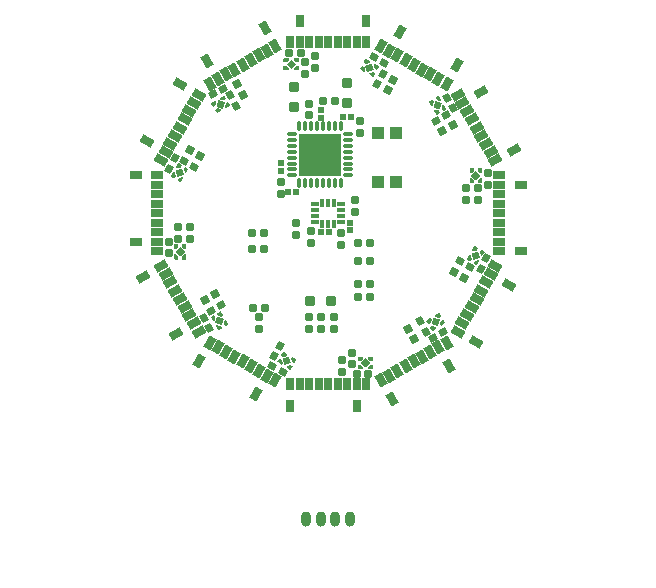
<source format=gts>
G04*
G04 #@! TF.GenerationSoftware,Altium Limited,Altium Designer,21.6.1 (37)*
G04*
G04 Layer_Color=8388736*
%FSLAX25Y25*%
%MOIN*%
G70*
G04*
G04 #@! TF.SameCoordinates,7A2AF629-CEF6-4696-9375-0D09EAA51E4D*
G04*
G04*
G04 #@! TF.FilePolarity,Negative*
G04*
G01*
G75*
%ADD18P,0.01114X4X285.0*%
%ADD19P,0.00557X4X285.0*%
%ADD20P,0.01114X4X255.0*%
%ADD21P,0.00557X4X255.0*%
%ADD22R,0.00787X0.00787*%
%ADD23R,0.00394X0.00394*%
%ADD24P,0.01114X4X195.0*%
%ADD25P,0.00557X4X195.0*%
%ADD26P,0.01114X4X165.0*%
%ADD27P,0.00557X4X165.0*%
%ADD28R,0.00787X0.00787*%
%ADD29R,0.00394X0.00394*%
G04:AMPARAMS|DCode=53|XSize=15.75mil|YSize=31.5mil|CornerRadius=4.92mil|HoleSize=0mil|Usage=FLASHONLY|Rotation=0.000|XOffset=0mil|YOffset=0mil|HoleType=Round|Shape=RoundedRectangle|*
%AMROUNDEDRECTD53*
21,1,0.01575,0.02165,0,0,0.0*
21,1,0.00591,0.03150,0,0,0.0*
1,1,0.00984,0.00295,-0.01083*
1,1,0.00984,-0.00295,-0.01083*
1,1,0.00984,-0.00295,0.01083*
1,1,0.00984,0.00295,0.01083*
%
%ADD53ROUNDEDRECTD53*%
G04:AMPARAMS|DCode=54|XSize=15.75mil|YSize=31.5mil|CornerRadius=4.92mil|HoleSize=0mil|Usage=FLASHONLY|Rotation=270.000|XOffset=0mil|YOffset=0mil|HoleType=Round|Shape=RoundedRectangle|*
%AMROUNDEDRECTD54*
21,1,0.01575,0.02165,0,0,270.0*
21,1,0.00591,0.03150,0,0,270.0*
1,1,0.00984,-0.01083,-0.00295*
1,1,0.00984,-0.01083,0.00295*
1,1,0.00984,0.01083,0.00295*
1,1,0.00984,0.01083,-0.00295*
%
%ADD54ROUNDEDRECTD54*%
%ADD55R,0.13976X0.13976*%
G04:AMPARAMS|DCode=56|XSize=15.75mil|YSize=27.56mil|CornerRadius=4.92mil|HoleSize=0mil|Usage=FLASHONLY|Rotation=0.000|XOffset=0mil|YOffset=0mil|HoleType=Round|Shape=RoundedRectangle|*
%AMROUNDEDRECTD56*
21,1,0.01575,0.01772,0,0,0.0*
21,1,0.00591,0.02756,0,0,0.0*
1,1,0.00984,0.00295,-0.00886*
1,1,0.00984,-0.00295,-0.00886*
1,1,0.00984,-0.00295,0.00886*
1,1,0.00984,0.00295,0.00886*
%
%ADD56ROUNDEDRECTD56*%
G04:AMPARAMS|DCode=57|XSize=15.75mil|YSize=27.56mil|CornerRadius=4.92mil|HoleSize=0mil|Usage=FLASHONLY|Rotation=90.000|XOffset=0mil|YOffset=0mil|HoleType=Round|Shape=RoundedRectangle|*
%AMROUNDEDRECTD57*
21,1,0.01575,0.01772,0,0,90.0*
21,1,0.00591,0.02756,0,0,90.0*
1,1,0.00984,0.00886,0.00295*
1,1,0.00984,0.00886,-0.00295*
1,1,0.00984,-0.00886,-0.00295*
1,1,0.00984,-0.00886,0.00295*
%
%ADD57ROUNDEDRECTD57*%
G04:AMPARAMS|DCode=58|XSize=27.56mil|YSize=27.56mil|CornerRadius=4.33mil|HoleSize=0mil|Usage=FLASHONLY|Rotation=90.000|XOffset=0mil|YOffset=0mil|HoleType=Round|Shape=RoundedRectangle|*
%AMROUNDEDRECTD58*
21,1,0.02756,0.01890,0,0,90.0*
21,1,0.01890,0.02756,0,0,90.0*
1,1,0.00866,0.00945,0.00945*
1,1,0.00866,0.00945,-0.00945*
1,1,0.00866,-0.00945,-0.00945*
1,1,0.00866,-0.00945,0.00945*
%
%ADD58ROUNDEDRECTD58*%
%ADD59R,0.02047X0.02284*%
%ADD60R,0.02284X0.02047*%
G04:AMPARAMS|DCode=61|XSize=35.43mil|YSize=35.43mil|CornerRadius=5.91mil|HoleSize=0mil|Usage=FLASHONLY|Rotation=90.000|XOffset=0mil|YOffset=0mil|HoleType=Round|Shape=RoundedRectangle|*
%AMROUNDEDRECTD61*
21,1,0.03543,0.02362,0,0,90.0*
21,1,0.02362,0.03543,0,0,90.0*
1,1,0.01181,0.01181,0.01181*
1,1,0.01181,0.01181,-0.01181*
1,1,0.01181,-0.01181,-0.01181*
1,1,0.01181,-0.01181,0.01181*
%
%ADD61ROUNDEDRECTD61*%
G04:AMPARAMS|DCode=62|XSize=27.56mil|YSize=27.56mil|CornerRadius=4.33mil|HoleSize=0mil|Usage=FLASHONLY|Rotation=120.000|XOffset=0mil|YOffset=0mil|HoleType=Round|Shape=RoundedRectangle|*
%AMROUNDEDRECTD62*
21,1,0.02756,0.01890,0,0,120.0*
21,1,0.01890,0.02756,0,0,120.0*
1,1,0.00866,0.00346,0.01291*
1,1,0.00866,0.01291,-0.00346*
1,1,0.00866,-0.00346,-0.01291*
1,1,0.00866,-0.01291,0.00346*
%
%ADD62ROUNDEDRECTD62*%
G04:AMPARAMS|DCode=63|XSize=27.56mil|YSize=27.56mil|CornerRadius=4.33mil|HoleSize=0mil|Usage=FLASHONLY|Rotation=180.000|XOffset=0mil|YOffset=0mil|HoleType=Round|Shape=RoundedRectangle|*
%AMROUNDEDRECTD63*
21,1,0.02756,0.01890,0,0,180.0*
21,1,0.01890,0.02756,0,0,180.0*
1,1,0.00866,-0.00945,0.00945*
1,1,0.00866,0.00945,0.00945*
1,1,0.00866,0.00945,-0.00945*
1,1,0.00866,-0.00945,-0.00945*
%
%ADD63ROUNDEDRECTD63*%
G04:AMPARAMS|DCode=64|XSize=27.56mil|YSize=27.56mil|CornerRadius=4.33mil|HoleSize=0mil|Usage=FLASHONLY|Rotation=60.000|XOffset=0mil|YOffset=0mil|HoleType=Round|Shape=RoundedRectangle|*
%AMROUNDEDRECTD64*
21,1,0.02756,0.01890,0,0,60.0*
21,1,0.01890,0.02756,0,0,60.0*
1,1,0.00866,0.01291,0.00346*
1,1,0.00866,0.00346,-0.01291*
1,1,0.00866,-0.01291,-0.00346*
1,1,0.00866,-0.00346,0.01291*
%
%ADD64ROUNDEDRECTD64*%
G04:AMPARAMS|DCode=65|XSize=27.56mil|YSize=27.56mil|CornerRadius=4.33mil|HoleSize=0mil|Usage=FLASHONLY|Rotation=30.000|XOffset=0mil|YOffset=0mil|HoleType=Round|Shape=RoundedRectangle|*
%AMROUNDEDRECTD65*
21,1,0.02756,0.01890,0,0,30.0*
21,1,0.01890,0.02756,0,0,30.0*
1,1,0.00866,0.01291,-0.00346*
1,1,0.00866,-0.00346,-0.01291*
1,1,0.00866,-0.01291,0.00346*
1,1,0.00866,0.00346,0.01291*
%
%ADD65ROUNDEDRECTD65*%
G04:AMPARAMS|DCode=66|XSize=27.56mil|YSize=27.56mil|CornerRadius=4.33mil|HoleSize=0mil|Usage=FLASHONLY|Rotation=330.000|XOffset=0mil|YOffset=0mil|HoleType=Round|Shape=RoundedRectangle|*
%AMROUNDEDRECTD66*
21,1,0.02756,0.01890,0,0,330.0*
21,1,0.01890,0.02756,0,0,330.0*
1,1,0.00866,0.00346,-0.01291*
1,1,0.00866,-0.01291,-0.00346*
1,1,0.00866,-0.00346,0.01291*
1,1,0.00866,0.01291,0.00346*
%
%ADD66ROUNDEDRECTD66*%
G04:AMPARAMS|DCode=67|XSize=35.43mil|YSize=35.43mil|CornerRadius=5.91mil|HoleSize=0mil|Usage=FLASHONLY|Rotation=180.000|XOffset=0mil|YOffset=0mil|HoleType=Round|Shape=RoundedRectangle|*
%AMROUNDEDRECTD67*
21,1,0.03543,0.02362,0,0,180.0*
21,1,0.02362,0.03543,0,0,180.0*
1,1,0.01181,-0.01181,0.01181*
1,1,0.01181,0.01181,0.01181*
1,1,0.01181,0.01181,-0.01181*
1,1,0.01181,-0.01181,-0.01181*
%
%ADD67ROUNDEDRECTD67*%
G04:AMPARAMS|DCode=68|XSize=23.62mil|YSize=27.56mil|CornerRadius=3.94mil|HoleSize=0mil|Usage=FLASHONLY|Rotation=270.000|XOffset=0mil|YOffset=0mil|HoleType=Round|Shape=RoundedRectangle|*
%AMROUNDEDRECTD68*
21,1,0.02362,0.01968,0,0,270.0*
21,1,0.01575,0.02756,0,0,270.0*
1,1,0.00787,-0.00984,-0.00787*
1,1,0.00787,-0.00984,0.00787*
1,1,0.00787,0.00984,0.00787*
1,1,0.00787,0.00984,-0.00787*
%
%ADD68ROUNDEDRECTD68*%
G04:AMPARAMS|DCode=69|XSize=23.62mil|YSize=27.56mil|CornerRadius=3.94mil|HoleSize=0mil|Usage=FLASHONLY|Rotation=0.000|XOffset=0mil|YOffset=0mil|HoleType=Round|Shape=RoundedRectangle|*
%AMROUNDEDRECTD69*
21,1,0.02362,0.01968,0,0,0.0*
21,1,0.01575,0.02756,0,0,0.0*
1,1,0.00787,0.00787,-0.00984*
1,1,0.00787,-0.00787,-0.00984*
1,1,0.00787,-0.00787,0.00984*
1,1,0.00787,0.00787,0.00984*
%
%ADD69ROUNDEDRECTD69*%
%ADD70R,0.04331X0.02756*%
G04:AMPARAMS|DCode=71|XSize=27.56mil|YSize=43.31mil|CornerRadius=0mil|HoleSize=0mil|Usage=FLASHONLY|Rotation=120.000|XOffset=0mil|YOffset=0mil|HoleType=Round|Shape=Rectangle|*
%AMROTATEDRECTD71*
4,1,4,0.02564,-0.00111,-0.01186,-0.02276,-0.02564,0.00111,0.01186,0.02276,0.02564,-0.00111,0.0*
%
%ADD71ROTATEDRECTD71*%

G04:AMPARAMS|DCode=72|XSize=27.56mil|YSize=43.31mil|CornerRadius=0mil|HoleSize=0mil|Usage=FLASHONLY|Rotation=60.000|XOffset=0mil|YOffset=0mil|HoleType=Round|Shape=Rectangle|*
%AMROTATEDRECTD72*
4,1,4,0.01186,-0.02276,-0.02564,-0.00111,-0.01186,0.02276,0.02564,0.00111,0.01186,-0.02276,0.0*
%
%ADD72ROTATEDRECTD72*%

G04:AMPARAMS|DCode=73|XSize=27.56mil|YSize=43.31mil|CornerRadius=0mil|HoleSize=0mil|Usage=FLASHONLY|Rotation=30.000|XOffset=0mil|YOffset=0mil|HoleType=Round|Shape=Rectangle|*
%AMROTATEDRECTD73*
4,1,4,-0.00111,-0.02564,-0.02276,0.01186,0.00111,0.02564,0.02276,-0.01186,-0.00111,-0.02564,0.0*
%
%ADD73ROTATEDRECTD73*%

%ADD74R,0.02756X0.04331*%
G04:AMPARAMS|DCode=75|XSize=27.56mil|YSize=43.31mil|CornerRadius=0mil|HoleSize=0mil|Usage=FLASHONLY|Rotation=150.000|XOffset=0mil|YOffset=0mil|HoleType=Round|Shape=Rectangle|*
%AMROTATEDRECTD75*
4,1,4,0.02276,0.01186,0.00111,-0.02564,-0.02276,-0.01186,-0.00111,0.02564,0.02276,0.01186,0.0*
%
%ADD75ROTATEDRECTD75*%

%ADD76R,0.04331X0.03937*%
G04:AMPARAMS|DCode=77|XSize=23.62mil|YSize=27.56mil|CornerRadius=3.94mil|HoleSize=0mil|Usage=FLASHONLY|Rotation=150.000|XOffset=0mil|YOffset=0mil|HoleType=Round|Shape=RoundedRectangle|*
%AMROUNDEDRECTD77*
21,1,0.02362,0.01968,0,0,150.0*
21,1,0.01575,0.02756,0,0,150.0*
1,1,0.00787,-0.00190,0.01246*
1,1,0.00787,0.01174,0.00459*
1,1,0.00787,0.00190,-0.01246*
1,1,0.00787,-0.01174,-0.00459*
%
%ADD77ROUNDEDRECTD77*%
G04:AMPARAMS|DCode=78|XSize=23.62mil|YSize=27.56mil|CornerRadius=3.94mil|HoleSize=0mil|Usage=FLASHONLY|Rotation=60.000|XOffset=0mil|YOffset=0mil|HoleType=Round|Shape=RoundedRectangle|*
%AMROUNDEDRECTD78*
21,1,0.02362,0.01968,0,0,60.0*
21,1,0.01575,0.02756,0,0,60.0*
1,1,0.00787,0.01246,0.00190*
1,1,0.00787,0.00459,-0.01174*
1,1,0.00787,-0.01246,-0.00190*
1,1,0.00787,-0.00459,0.01174*
%
%ADD78ROUNDEDRECTD78*%
G04:AMPARAMS|DCode=79|XSize=23.62mil|YSize=27.56mil|CornerRadius=3.94mil|HoleSize=0mil|Usage=FLASHONLY|Rotation=120.000|XOffset=0mil|YOffset=0mil|HoleType=Round|Shape=RoundedRectangle|*
%AMROUNDEDRECTD79*
21,1,0.02362,0.01968,0,0,120.0*
21,1,0.01575,0.02756,0,0,120.0*
1,1,0.00787,0.00459,0.01174*
1,1,0.00787,0.01246,-0.00190*
1,1,0.00787,-0.00459,-0.01174*
1,1,0.00787,-0.01246,0.00190*
%
%ADD79ROUNDEDRECTD79*%
G04:AMPARAMS|DCode=80|XSize=23.62mil|YSize=27.56mil|CornerRadius=3.94mil|HoleSize=0mil|Usage=FLASHONLY|Rotation=30.000|XOffset=0mil|YOffset=0mil|HoleType=Round|Shape=RoundedRectangle|*
%AMROUNDEDRECTD80*
21,1,0.02362,0.01968,0,0,30.0*
21,1,0.01575,0.02756,0,0,30.0*
1,1,0.00787,0.01174,-0.00459*
1,1,0.00787,-0.00190,-0.01246*
1,1,0.00787,-0.01174,0.00459*
1,1,0.00787,0.00190,0.01246*
%
%ADD80ROUNDEDRECTD80*%
%ADD81O,0.03543X0.05118*%
%ADD82C,0.00394*%
G36*
X-47501Y-10278D02*
X-47464Y-10290D01*
X-47429Y-10308D01*
X-47400Y-10333D01*
X-47375Y-10363D01*
X-47357Y-10397D01*
X-47345Y-10434D01*
X-47342Y-10473D01*
Y-11890D01*
X-47345Y-11928D01*
X-47357Y-11965D01*
X-47375Y-12000D01*
X-47400Y-12030D01*
X-47429Y-12054D01*
X-47464Y-12072D01*
X-47501Y-12084D01*
X-47539Y-12088D01*
X-47815D01*
X-47815Y-12088D01*
X-47834Y-12086D01*
X-47854Y-12084D01*
X-47882Y-12075D01*
X-47891Y-12072D01*
X-47925Y-12054D01*
X-47955Y-12030D01*
X-48663Y-11321D01*
X-48688Y-11291D01*
X-48706Y-11257D01*
X-48709Y-11248D01*
X-48718Y-11220D01*
X-48719Y-11200D01*
X-48721Y-11181D01*
X-48721Y-11181D01*
X-48721Y-10473D01*
X-48718Y-10434D01*
X-48706Y-10397D01*
X-48688Y-10363D01*
X-48663Y-10333D01*
X-48634Y-10308D01*
X-48599Y-10290D01*
X-48562Y-10278D01*
X-48524Y-10275D01*
X-47539D01*
X-47501Y-10278D01*
D02*
G37*
G36*
X-50060D02*
X-50023Y-10290D01*
X-49988Y-10308D01*
X-49959Y-10333D01*
X-49934Y-10363D01*
X-49916Y-10397D01*
X-49904Y-10434D01*
X-49901Y-10473D01*
X-49901Y-11181D01*
X-49901Y-11181D01*
X-49902Y-11200D01*
X-49904Y-11220D01*
X-49913Y-11248D01*
X-49916Y-11257D01*
X-49934Y-11291D01*
X-49959Y-11321D01*
X-50667Y-12030D01*
X-50697Y-12054D01*
X-50731Y-12072D01*
X-50740Y-12075D01*
X-50769Y-12084D01*
X-50788Y-12086D01*
X-50807Y-12088D01*
X-50807Y-12088D01*
X-51083D01*
X-51121Y-12084D01*
X-51158Y-12072D01*
X-51193Y-12054D01*
X-51223Y-12030D01*
X-51247Y-12000D01*
X-51265Y-11965D01*
X-51277Y-11928D01*
X-51280Y-11890D01*
Y-10473D01*
X-51277Y-10434D01*
X-51265Y-10397D01*
X-51247Y-10363D01*
X-51223Y-10333D01*
X-51193Y-10308D01*
X-51158Y-10290D01*
X-51121Y-10278D01*
X-51083Y-10275D01*
X-50098D01*
X-50060Y-10278D01*
D02*
G37*
G36*
X-49272Y-11344D02*
X-49235Y-11355D01*
X-49201Y-11373D01*
X-49171Y-11398D01*
X-47835Y-12734D01*
X-47810Y-12764D01*
X-47792Y-12798D01*
X-47781Y-12835D01*
X-47777Y-12874D01*
X-47781Y-12913D01*
X-47789Y-12938D01*
X-47792Y-12950D01*
X-47810Y-12984D01*
X-47835Y-13014D01*
X-47835Y-13014D01*
X-49171Y-14350D01*
X-49201Y-14375D01*
X-49235Y-14393D01*
X-49272Y-14404D01*
X-49311Y-14408D01*
X-49350Y-14404D01*
X-49387Y-14393D01*
X-49421Y-14375D01*
X-49451Y-14350D01*
X-49451Y-14350D01*
X-50787Y-13014D01*
X-50812Y-12984D01*
X-50830Y-12950D01*
X-50841Y-12913D01*
X-50845Y-12874D01*
X-50841Y-12835D01*
X-50830Y-12798D01*
X-50812Y-12764D01*
X-50787Y-12734D01*
X-49451Y-11398D01*
X-49421Y-11373D01*
X-49387Y-11355D01*
X-49350Y-11344D01*
X-49311Y-11340D01*
X-49272Y-11344D01*
D02*
G37*
G36*
X-47815Y-13660D02*
X-47539D01*
X-47501Y-13664D01*
X-47464Y-13676D01*
X-47429Y-13694D01*
X-47400Y-13718D01*
X-47375Y-13748D01*
X-47357Y-13783D01*
X-47345Y-13820D01*
X-47342Y-13858D01*
Y-15276D01*
X-47345Y-15314D01*
X-47357Y-15351D01*
X-47375Y-15385D01*
X-47400Y-15416D01*
X-47429Y-15440D01*
X-47464Y-15458D01*
X-47501Y-15470D01*
X-47539Y-15473D01*
X-48524D01*
X-48562Y-15470D01*
X-48599Y-15458D01*
X-48634Y-15440D01*
X-48663Y-15416D01*
X-48688Y-15385D01*
X-48706Y-15351D01*
X-48718Y-15314D01*
X-48721Y-15276D01*
X-48721Y-14567D01*
X-48721Y-14567D01*
X-48719Y-14548D01*
X-48718Y-14528D01*
X-48709Y-14500D01*
X-48706Y-14491D01*
X-48688Y-14457D01*
X-48663Y-14427D01*
X-47955Y-13718D01*
X-47925Y-13694D01*
X-47891Y-13676D01*
X-47882Y-13673D01*
X-47854Y-13664D01*
X-47834Y-13662D01*
X-47815Y-13660D01*
X-47815Y-13660D01*
D02*
G37*
G36*
X-50788Y-13662D02*
X-50769Y-13664D01*
X-50740Y-13673D01*
X-50731Y-13676D01*
X-50697Y-13694D01*
X-50667Y-13718D01*
X-49959Y-14427D01*
X-49934Y-14457D01*
X-49916Y-14491D01*
X-49913Y-14500D01*
X-49904Y-14528D01*
X-49902Y-14548D01*
X-49901Y-14567D01*
X-49901Y-14567D01*
X-49901Y-15276D01*
X-49904Y-15314D01*
X-49916Y-15351D01*
X-49934Y-15385D01*
X-49959Y-15416D01*
X-49988Y-15440D01*
X-50023Y-15458D01*
X-50060Y-15470D01*
X-50098Y-15473D01*
X-51083D01*
X-51121Y-15470D01*
X-51158Y-15458D01*
X-51193Y-15440D01*
X-51223Y-15416D01*
X-51247Y-15385D01*
X-51265Y-15351D01*
X-51277Y-15314D01*
X-51280Y-15276D01*
Y-13858D01*
X-51277Y-13820D01*
X-51265Y-13783D01*
X-51247Y-13748D01*
X-51223Y-13718D01*
X-51193Y-13694D01*
X-51158Y-13676D01*
X-51121Y-13664D01*
X-51083Y-13660D01*
X-50807D01*
X-50807Y-13660D01*
X-50788Y-13662D01*
D02*
G37*
G36*
X-35850Y-32709D02*
X-35813Y-32723D01*
X-35781Y-32743D01*
X-35752Y-32770D01*
X-35730Y-32801D01*
X-35021Y-34029D01*
X-35005Y-34064D01*
X-34996Y-34102D01*
X-34995Y-34140D01*
D01*
Y-34140D01*
X-35001Y-34179D01*
X-35015Y-34215D01*
X-35035Y-34248D01*
X-35062Y-34276D01*
X-35093Y-34299D01*
X-35332Y-34437D01*
X-35367Y-34453D01*
X-35405Y-34461D01*
X-35406Y-34461D01*
X-35444Y-34463D01*
X-35462Y-34460D01*
X-35482Y-34456D01*
X-35482Y-34456D01*
X-36450Y-34197D01*
X-36450Y-34197D01*
X-36479Y-34186D01*
X-36487Y-34183D01*
X-36519Y-34163D01*
X-36548Y-34136D01*
X-36557Y-34123D01*
X-36570Y-34105D01*
X-36570Y-34105D01*
X-36925Y-33491D01*
X-36941Y-33456D01*
X-36949Y-33418D01*
X-36951Y-33379D01*
X-36944Y-33341D01*
X-36931Y-33305D01*
X-36910Y-33272D01*
X-36884Y-33244D01*
X-36852Y-33221D01*
X-36000Y-32729D01*
X-35965Y-32713D01*
X-35927Y-32704D01*
X-35888Y-32703D01*
X-35850Y-32709D01*
D02*
G37*
G36*
X-36851Y-34517D02*
X-35026Y-35006D01*
X-34990Y-35020D01*
X-34957Y-35041D01*
X-34929Y-35067D01*
X-34906Y-35099D01*
X-34890Y-35134D01*
X-34881Y-35172D01*
X-34880Y-35210D01*
X-34886Y-35249D01*
X-35375Y-37074D01*
X-35389Y-37110D01*
X-35409Y-37143D01*
X-35436Y-37172D01*
X-35467Y-37194D01*
X-35503Y-37210D01*
X-35541Y-37219D01*
X-35579Y-37220D01*
X-35618Y-37214D01*
X-37443Y-36725D01*
X-37479Y-36711D01*
X-37512Y-36691D01*
X-37540Y-36664D01*
X-37556Y-36642D01*
X-37563Y-36633D01*
X-37579Y-36597D01*
X-37588Y-36560D01*
X-37589Y-36521D01*
D01*
Y-36521D01*
X-37583Y-36483D01*
X-37094Y-34657D01*
X-37080Y-34621D01*
X-37060Y-34588D01*
X-37033Y-34560D01*
X-37001Y-34537D01*
X-36966Y-34521D01*
X-36928Y-34512D01*
X-36890Y-34511D01*
D01*
X-36890D01*
X-36851Y-34517D01*
D02*
G37*
G36*
X-38066Y-33988D02*
X-38030Y-34002D01*
X-37997Y-34023D01*
X-37968Y-34049D01*
X-37946Y-34081D01*
X-37591Y-34694D01*
X-37591Y-34694D01*
X-37576Y-34730D01*
X-37567Y-34767D01*
X-37565Y-34806D01*
X-37568Y-34824D01*
X-37572Y-34844D01*
X-37572Y-34845D01*
X-37831Y-35813D01*
Y-35813D01*
X-37834Y-35820D01*
X-37845Y-35849D01*
X-37865Y-35882D01*
X-37892Y-35910D01*
X-37923Y-35933D01*
X-38162Y-36070D01*
X-38197Y-36086D01*
X-38235Y-36095D01*
X-38274Y-36097D01*
X-38312Y-36090D01*
X-38348Y-36077D01*
X-38381Y-36056D01*
X-38410Y-36030D01*
X-38432Y-35998D01*
X-39141Y-34771D01*
X-39157Y-34735D01*
X-39166Y-34697D01*
X-39167Y-34659D01*
X-39161Y-34620D01*
X-39147Y-34584D01*
X-39126Y-34551D01*
X-39100Y-34523D01*
X-39068Y-34500D01*
X-38216Y-34008D01*
X-38181Y-33992D01*
X-38143Y-33983D01*
X-38104Y-33982D01*
X-38066Y-33988D01*
D02*
G37*
G36*
X-34157Y-35641D02*
X-34121Y-35655D01*
X-34088Y-35675D01*
X-34059Y-35702D01*
X-34037Y-35733D01*
X-33328Y-36961D01*
X-33312Y-36996D01*
X-33303Y-37034D01*
X-33302Y-37073D01*
X-33308Y-37111D01*
X-33322Y-37147D01*
X-33342Y-37180D01*
X-33369Y-37208D01*
X-33400Y-37231D01*
X-34253Y-37723D01*
X-34288Y-37739D01*
X-34326Y-37748D01*
X-34365Y-37749D01*
X-34403Y-37743D01*
X-34439Y-37729D01*
X-34472Y-37709D01*
X-34500Y-37682D01*
X-34523Y-37651D01*
X-34877Y-37037D01*
X-34877Y-37037D01*
X-34893Y-37002D01*
X-34902Y-36964D01*
X-34903Y-36925D01*
X-34901Y-36908D01*
X-34897Y-36887D01*
X-34897Y-36887D01*
X-34638Y-35919D01*
Y-35919D01*
X-34635Y-35911D01*
X-34624Y-35883D01*
X-34604Y-35850D01*
X-34577Y-35821D01*
X-34546Y-35799D01*
X-34307Y-35661D01*
X-34272Y-35645D01*
X-34234Y-35636D01*
X-34195Y-35635D01*
X-34157Y-35641D01*
D02*
G37*
G36*
X-37007Y-37272D02*
X-36987Y-37275D01*
X-36987Y-37275D01*
X-36019Y-37534D01*
X-36019Y-37534D01*
X-35990Y-37545D01*
X-35982Y-37548D01*
X-35950Y-37569D01*
X-35921Y-37595D01*
X-35912Y-37608D01*
X-35899Y-37627D01*
X-35899Y-37627D01*
X-35544Y-38240D01*
X-35528Y-38276D01*
X-35519Y-38313D01*
X-35518Y-38352D01*
X-35524Y-38390D01*
X-35538Y-38427D01*
X-35559Y-38460D01*
X-35585Y-38488D01*
X-35617Y-38511D01*
X-36469Y-39003D01*
X-36504Y-39019D01*
X-36542Y-39028D01*
X-36581Y-39029D01*
X-36619Y-39022D01*
X-36655Y-39009D01*
X-36688Y-38988D01*
X-36717Y-38962D01*
X-36739Y-38930D01*
X-37448Y-37703D01*
X-37464Y-37668D01*
X-37473Y-37630D01*
X-37474Y-37591D01*
D01*
Y-37591D01*
X-37468Y-37553D01*
X-37454Y-37516D01*
X-37433Y-37484D01*
X-37407Y-37455D01*
X-37376Y-37433D01*
X-37137Y-37295D01*
X-37102Y-37279D01*
X-37064Y-37270D01*
X-37062Y-37270D01*
X-37025Y-37269D01*
X-37007Y-37272D01*
D02*
G37*
G36*
X-14948Y-46281D02*
X-14910Y-46290D01*
X-14875Y-46306D01*
X-13647Y-47015D01*
X-13616Y-47038D01*
X-13589Y-47066D01*
X-13569Y-47099D01*
X-13555Y-47135D01*
X-13549Y-47173D01*
X-13550Y-47212D01*
X-13559Y-47250D01*
X-13575Y-47285D01*
X-13713Y-47524D01*
X-13735Y-47555D01*
X-13763Y-47582D01*
X-13796Y-47602D01*
X-13825Y-47613D01*
X-13833Y-47616D01*
X-13833D01*
X-14801Y-47875D01*
X-14801Y-47875D01*
X-14822Y-47879D01*
X-14839Y-47882D01*
X-14878Y-47880D01*
X-14916Y-47872D01*
X-14951Y-47855D01*
X-14951Y-47855D01*
X-15564Y-47501D01*
X-15596Y-47479D01*
X-15623Y-47450D01*
X-15643Y-47417D01*
X-15657Y-47381D01*
X-15663Y-47343D01*
X-15662Y-47304D01*
X-15653Y-47266D01*
X-15637Y-47231D01*
X-15145Y-46379D01*
X-15122Y-46347D01*
X-15094Y-46321D01*
X-15061Y-46300D01*
X-15025Y-46286D01*
X-14987Y-46280D01*
X-14948Y-46281D01*
D02*
G37*
G36*
X-12015Y-47974D02*
X-11978Y-47983D01*
X-11942Y-47999D01*
X-10715Y-48708D01*
X-10684Y-48730D01*
X-10657Y-48759D01*
X-10637Y-48792D01*
X-10623Y-48828D01*
X-10616Y-48866D01*
X-10618Y-48905D01*
X-10627Y-48943D01*
X-10643Y-48978D01*
X-11135Y-49830D01*
X-11157Y-49862D01*
X-11186Y-49888D01*
X-11219Y-49909D01*
X-11255Y-49923D01*
X-11293Y-49929D01*
X-11332Y-49928D01*
X-11370Y-49919D01*
X-11405Y-49903D01*
X-12019Y-49549D01*
X-12019Y-49549D01*
X-12037Y-49535D01*
X-12050Y-49526D01*
X-12077Y-49498D01*
X-12097Y-49465D01*
X-12100Y-49457D01*
X-12111Y-49428D01*
X-12111Y-49428D01*
X-12370Y-48460D01*
X-12370Y-48460D01*
X-12374Y-48440D01*
X-12376Y-48422D01*
X-12375Y-48384D01*
X-12375Y-48383D01*
X-12366Y-48346D01*
X-12350Y-48310D01*
X-12213Y-48072D01*
X-12190Y-48040D01*
X-12162Y-48013D01*
X-12129Y-47993D01*
X-12093Y-47979D01*
X-12054Y-47973D01*
X-12054D01*
D01*
X-12015Y-47974D01*
D02*
G37*
G36*
X-16227Y-48498D02*
X-16190Y-48506D01*
X-16154Y-48522D01*
X-15540Y-48877D01*
X-15540Y-48877D01*
X-15522Y-48890D01*
X-15509Y-48899D01*
X-15482Y-48928D01*
X-15462Y-48961D01*
X-15459Y-48968D01*
X-15448Y-48997D01*
X-15448Y-48997D01*
X-15189Y-49965D01*
X-15189Y-49965D01*
X-15186Y-49986D01*
X-15183Y-50003D01*
X-15184Y-50041D01*
X-15184Y-50042D01*
X-15193Y-50080D01*
X-15209Y-50115D01*
X-15346Y-50354D01*
X-15369Y-50385D01*
X-15397Y-50412D01*
X-15430Y-50432D01*
X-15466Y-50446D01*
X-15505Y-50452D01*
X-15505D01*
D01*
X-15544Y-50451D01*
X-15581Y-50442D01*
X-15617Y-50426D01*
X-16844Y-49717D01*
X-16876Y-49695D01*
X-16902Y-49667D01*
X-16923Y-49634D01*
X-16936Y-49597D01*
X-16942Y-49559D01*
X-16941Y-49520D01*
X-16932Y-49483D01*
X-16917Y-49447D01*
X-16424Y-48595D01*
X-16402Y-48563D01*
X-16374Y-48537D01*
X-16341Y-48516D01*
X-16304Y-48503D01*
X-16266Y-48496D01*
X-16227Y-48498D01*
D02*
G37*
G36*
X-13086Y-47859D02*
X-13048Y-47868D01*
X-13013Y-47884D01*
X-12981Y-47907D01*
X-12955Y-47935D01*
X-12934Y-47968D01*
X-12920Y-48004D01*
Y-48004D01*
X-12431Y-49830D01*
X-12425Y-49868D01*
X-12426Y-49907D01*
X-12435Y-49944D01*
X-12451Y-49980D01*
X-12474Y-50011D01*
X-12502Y-50038D01*
X-12535Y-50058D01*
X-12571Y-50072D01*
X-12571D01*
X-14396Y-50561D01*
X-14435Y-50567D01*
X-14473Y-50566D01*
X-14511Y-50557D01*
X-14547Y-50541D01*
X-14578Y-50519D01*
X-14605Y-50490D01*
X-14625Y-50457D01*
X-14639Y-50421D01*
X-15128Y-48596D01*
X-15134Y-48557D01*
X-15133Y-48519D01*
X-15124Y-48481D01*
X-15108Y-48446D01*
X-15086Y-48414D01*
X-15057Y-48388D01*
X-15024Y-48367D01*
X-14988Y-48353D01*
X-14988D01*
X-13163Y-47864D01*
X-13124Y-47858D01*
X-13086Y-47859D01*
D02*
G37*
G36*
X-12681Y-50545D02*
X-12643Y-50554D01*
X-12608Y-50570D01*
X-12608Y-50570D01*
X-11994Y-50924D01*
X-11963Y-50947D01*
X-11936Y-50975D01*
X-11916Y-51008D01*
X-11902Y-51044D01*
X-11896Y-51082D01*
X-11897Y-51121D01*
X-11906Y-51159D01*
X-11922Y-51194D01*
X-12414Y-52047D01*
X-12437Y-52078D01*
X-12465Y-52105D01*
X-12498Y-52125D01*
X-12534Y-52139D01*
X-12573Y-52145D01*
X-12611Y-52144D01*
X-12649Y-52135D01*
X-12684Y-52119D01*
X-13912Y-51410D01*
X-13943Y-51388D01*
X-13970Y-51359D01*
X-13990Y-51327D01*
X-14004Y-51290D01*
X-14010Y-51252D01*
X-14009Y-51213D01*
X-14000Y-51175D01*
X-13984Y-51140D01*
X-13847Y-50901D01*
X-13824Y-50870D01*
X-13796Y-50843D01*
X-13763Y-50823D01*
X-13734Y-50812D01*
X-13726Y-50809D01*
X-13726D01*
X-12758Y-50550D01*
X-12758Y-50550D01*
X-12737Y-50546D01*
X-12720Y-50544D01*
X-12681Y-50545D01*
D02*
G37*
G36*
X-9883Y51670D02*
X-9846Y51659D01*
X-9811Y51641D01*
X-9781Y51616D01*
X-9757Y51586D01*
X-9738Y51552D01*
X-9727Y51515D01*
X-9724Y51476D01*
Y50492D01*
X-9727Y50454D01*
X-9738Y50416D01*
X-9757Y50382D01*
X-9781Y50352D01*
X-9811Y50328D01*
X-9846Y50309D01*
X-9883Y50298D01*
X-9921Y50294D01*
X-10630Y50294D01*
X-10630Y50294D01*
X-10649Y50296D01*
X-10668Y50298D01*
X-10697Y50307D01*
X-10706Y50309D01*
X-10740Y50328D01*
X-10770Y50352D01*
X-11478Y51061D01*
X-11503Y51091D01*
X-11521Y51125D01*
X-11524Y51134D01*
X-11533Y51162D01*
X-11535Y51182D01*
X-11536Y51201D01*
X-11536Y51201D01*
Y51476D01*
X-11533Y51515D01*
X-11521Y51552D01*
X-11503Y51586D01*
X-11478Y51616D01*
X-11449Y51641D01*
X-11414Y51659D01*
X-11377Y51670D01*
X-11339Y51674D01*
X-9921D01*
X-9883Y51670D01*
D02*
G37*
G36*
X-13269D02*
X-13231Y51659D01*
X-13197Y51641D01*
X-13167Y51616D01*
X-13143Y51586D01*
X-13124Y51552D01*
X-13113Y51515D01*
X-13109Y51476D01*
Y51201D01*
X-13109Y51201D01*
X-13111Y51182D01*
X-13113Y51162D01*
X-13122Y51134D01*
X-13124Y51125D01*
X-13143Y51091D01*
X-13167Y51061D01*
X-13876Y50352D01*
X-13906Y50328D01*
X-13940Y50309D01*
X-13949Y50307D01*
X-13977Y50298D01*
X-13996Y50296D01*
X-14016Y50294D01*
X-14016Y50294D01*
X-14724Y50294D01*
X-14763Y50298D01*
X-14800Y50309D01*
X-14834Y50328D01*
X-14864Y50352D01*
X-14889Y50382D01*
X-14907Y50416D01*
X-14918Y50454D01*
X-14922Y50492D01*
Y51476D01*
X-14918Y51515D01*
X-14907Y51552D01*
X-14889Y51586D01*
X-14864Y51616D01*
X-14834Y51641D01*
X-14800Y51659D01*
X-14763Y51670D01*
X-14724Y51674D01*
X-13307D01*
X-13269Y51670D01*
D02*
G37*
G36*
X-12284Y51235D02*
X-12247Y51224D01*
X-12213Y51205D01*
X-12183Y51181D01*
X-10847Y49845D01*
X-10822Y49815D01*
X-10804Y49780D01*
X-10793Y49743D01*
X-10789Y49705D01*
X-10793Y49666D01*
X-10804Y49629D01*
X-10822Y49595D01*
X-10847Y49565D01*
X-12183Y48229D01*
X-12213Y48204D01*
X-12247Y48186D01*
X-12284Y48175D01*
X-12323Y48171D01*
X-12361Y48175D01*
X-12387Y48182D01*
X-12398Y48186D01*
X-12433Y48204D01*
X-12463Y48229D01*
X-12463Y48229D01*
X-13799Y49565D01*
X-13824Y49595D01*
X-13842Y49629D01*
X-13853Y49666D01*
X-13857Y49705D01*
X-13853Y49743D01*
X-13842Y49780D01*
X-13824Y49815D01*
X-13799Y49845D01*
X-13799Y49845D01*
X-12463Y51181D01*
X-12433Y51205D01*
X-12398Y51224D01*
X-12361Y51235D01*
X-12323Y51239D01*
X-12284Y51235D01*
D02*
G37*
G36*
X-10630Y49115D02*
X-9921Y49115D01*
X-9883Y49111D01*
X-9846Y49100D01*
X-9811Y49082D01*
X-9781Y49057D01*
X-9757Y49027D01*
X-9738Y48993D01*
X-9727Y48956D01*
X-9724Y48917D01*
Y47933D01*
X-9727Y47894D01*
X-9738Y47857D01*
X-9757Y47823D01*
X-9781Y47793D01*
X-9811Y47769D01*
X-9846Y47750D01*
X-9883Y47739D01*
X-9921Y47735D01*
X-11339D01*
X-11377Y47739D01*
X-11414Y47750D01*
X-11449Y47769D01*
X-11478Y47793D01*
X-11503Y47823D01*
X-11521Y47857D01*
X-11533Y47894D01*
X-11536Y47933D01*
Y48209D01*
X-11536Y48209D01*
X-11535Y48228D01*
X-11533Y48247D01*
X-11524Y48276D01*
X-11521Y48284D01*
X-11503Y48319D01*
X-11478Y48349D01*
X-10770Y49057D01*
X-10740Y49082D01*
X-10706Y49100D01*
X-10697Y49103D01*
X-10668Y49111D01*
X-10649Y49113D01*
X-10630Y49115D01*
X-10630Y49115D01*
D02*
G37*
G36*
X-13996Y49113D02*
X-13977Y49111D01*
X-13949Y49103D01*
X-13940Y49100D01*
X-13906Y49082D01*
X-13876Y49057D01*
X-13167Y48349D01*
X-13143Y48319D01*
X-13124Y48284D01*
X-13122Y48276D01*
X-13113Y48247D01*
X-13111Y48228D01*
X-13109Y48209D01*
X-13109Y48209D01*
Y47933D01*
X-13113Y47894D01*
X-13124Y47857D01*
X-13143Y47823D01*
X-13167Y47793D01*
X-13197Y47769D01*
X-13231Y47750D01*
X-13269Y47739D01*
X-13307Y47735D01*
X-14724D01*
X-14763Y47739D01*
X-14800Y47750D01*
X-14834Y47769D01*
X-14864Y47793D01*
X-14889Y47823D01*
X-14907Y47857D01*
X-14918Y47894D01*
X-14922Y47933D01*
Y48917D01*
X-14918Y48956D01*
X-14907Y48993D01*
X-14889Y49027D01*
X-14864Y49057D01*
X-14834Y49082D01*
X-14800Y49100D01*
X-14763Y49111D01*
X-14724Y49115D01*
X-14016Y49115D01*
X-14016Y49115D01*
X-13996Y49113D01*
D02*
G37*
G36*
X-36483Y37583D02*
X-34657Y37094D01*
X-34621Y37080D01*
X-34588Y37060D01*
X-34560Y37033D01*
X-34537Y37001D01*
X-34521Y36966D01*
X-34512Y36928D01*
X-34511Y36890D01*
D01*
Y36890D01*
X-34517Y36851D01*
X-35006Y35026D01*
X-35020Y34990D01*
X-35041Y34957D01*
X-35067Y34929D01*
X-35099Y34906D01*
X-35134Y34890D01*
X-35172Y34881D01*
X-35210Y34880D01*
X-35249Y34886D01*
X-37074Y35375D01*
X-37110Y35389D01*
X-37143Y35409D01*
X-37172Y35436D01*
X-37194Y35467D01*
X-37210Y35503D01*
X-37219Y35541D01*
X-37220Y35579D01*
X-37214Y35618D01*
X-36725Y37443D01*
X-36711Y37479D01*
X-36691Y37512D01*
X-36664Y37540D01*
X-36642Y37556D01*
X-36633Y37563D01*
X-36597Y37579D01*
X-36560Y37588D01*
X-36521Y37589D01*
D01*
X-36521D01*
X-36483Y37583D01*
D02*
G37*
G36*
X-34620Y39161D02*
X-34584Y39147D01*
X-34551Y39126D01*
X-34523Y39100D01*
X-34500Y39068D01*
X-34008Y38216D01*
X-33992Y38181D01*
X-33983Y38143D01*
X-33982Y38104D01*
X-33988Y38066D01*
X-34002Y38030D01*
X-34023Y37997D01*
X-34049Y37968D01*
X-34081Y37946D01*
X-34694Y37591D01*
X-34694Y37591D01*
X-34730Y37576D01*
X-34767Y37567D01*
X-34806Y37565D01*
X-34824Y37568D01*
X-34844Y37572D01*
X-34845Y37572D01*
X-35813Y37831D01*
X-35813D01*
X-35820Y37834D01*
X-35849Y37845D01*
X-35882Y37865D01*
X-35910Y37892D01*
X-35933Y37923D01*
X-36070Y38162D01*
X-36086Y38197D01*
X-36095Y38235D01*
X-36097Y38274D01*
X-36090Y38312D01*
X-36077Y38348D01*
X-36056Y38381D01*
X-36030Y38410D01*
X-35998Y38432D01*
X-34771Y39141D01*
X-34735Y39157D01*
X-34697Y39166D01*
X-34659Y39167D01*
X-34620Y39161D01*
D02*
G37*
G36*
X-37553Y37468D02*
X-37516Y37454D01*
X-37484Y37433D01*
X-37455Y37407D01*
X-37433Y37376D01*
X-37295Y37137D01*
X-37279Y37102D01*
X-37270Y37064D01*
X-37270Y37062D01*
X-37269Y37025D01*
X-37272Y37007D01*
X-37275Y36987D01*
X-37275Y36987D01*
X-37534Y36019D01*
X-37534Y36019D01*
X-37545Y35990D01*
X-37548Y35982D01*
X-37569Y35950D01*
X-37595Y35921D01*
X-37608Y35912D01*
X-37627Y35899D01*
X-37627Y35899D01*
X-38240Y35544D01*
X-38276Y35528D01*
X-38313Y35519D01*
X-38352Y35518D01*
X-38390Y35524D01*
X-38427Y35538D01*
X-38460Y35559D01*
X-38488Y35585D01*
X-38511Y35617D01*
X-39003Y36469D01*
X-39019Y36504D01*
X-39028Y36542D01*
X-39029Y36581D01*
X-39022Y36619D01*
X-39009Y36655D01*
X-38988Y36688D01*
X-38962Y36717D01*
X-38930Y36739D01*
X-37703Y37448D01*
X-37668Y37464D01*
X-37630Y37473D01*
X-37591Y37474D01*
D01*
X-37591D01*
X-37553Y37468D01*
D02*
G37*
G36*
X-33341Y36944D02*
X-33305Y36931D01*
X-33272Y36910D01*
X-33244Y36884D01*
X-33221Y36852D01*
X-32729Y36000D01*
X-32713Y35965D01*
X-32704Y35927D01*
X-32703Y35888D01*
X-32709Y35850D01*
X-32723Y35813D01*
X-32743Y35781D01*
X-32770Y35752D01*
X-32801Y35730D01*
X-34029Y35021D01*
X-34064Y35005D01*
X-34102Y34996D01*
X-34140Y34995D01*
D01*
X-34140D01*
X-34179Y35001D01*
X-34215Y35015D01*
X-34248Y35035D01*
X-34276Y35062D01*
X-34299Y35093D01*
X-34437Y35332D01*
X-34453Y35367D01*
X-34461Y35405D01*
X-34461Y35406D01*
X-34463Y35444D01*
X-34460Y35462D01*
X-34456Y35482D01*
X-34456Y35482D01*
X-34197Y36450D01*
X-34197Y36450D01*
X-34186Y36479D01*
X-34183Y36487D01*
X-34163Y36519D01*
X-34136Y36548D01*
X-34123Y36557D01*
X-34105Y36570D01*
X-34105Y36570D01*
X-33491Y36925D01*
X-33456Y36941D01*
X-33418Y36949D01*
X-33379Y36951D01*
X-33341Y36944D01*
D02*
G37*
G36*
X-36908Y34901D02*
X-36887Y34897D01*
X-36887Y34897D01*
X-35919Y34638D01*
X-35919D01*
X-35911Y34635D01*
X-35883Y34624D01*
X-35850Y34604D01*
X-35821Y34577D01*
X-35799Y34546D01*
X-35661Y34307D01*
X-35645Y34272D01*
X-35636Y34234D01*
X-35635Y34195D01*
X-35641Y34157D01*
X-35655Y34121D01*
X-35675Y34088D01*
X-35702Y34059D01*
X-35733Y34037D01*
X-36961Y33328D01*
X-36996Y33312D01*
X-37034Y33303D01*
X-37073Y33302D01*
X-37111Y33308D01*
X-37147Y33322D01*
X-37180Y33342D01*
X-37208Y33369D01*
X-37231Y33400D01*
X-37723Y34253D01*
X-37739Y34288D01*
X-37748Y34326D01*
X-37749Y34365D01*
X-37743Y34403D01*
X-37729Y34439D01*
X-37709Y34472D01*
X-37682Y34500D01*
X-37651Y34523D01*
X-37037Y34877D01*
X-37037Y34877D01*
X-37002Y34893D01*
X-36964Y34902D01*
X-36925Y34903D01*
X-36908Y34901D01*
D02*
G37*
G36*
X-49782Y16685D02*
X-49744Y16676D01*
X-49709Y16660D01*
X-48856Y16168D01*
X-48825Y16145D01*
X-48798Y16117D01*
X-48778Y16084D01*
X-48764Y16048D01*
X-48758Y16010D01*
X-48759Y15971D01*
X-48768Y15933D01*
X-48784Y15898D01*
X-49138Y15284D01*
X-49138Y15284D01*
X-49152Y15266D01*
X-49161Y15253D01*
X-49189Y15226D01*
X-49222Y15206D01*
X-49230Y15203D01*
X-49259Y15192D01*
X-49259Y15192D01*
X-50226Y14933D01*
X-50226Y14932D01*
X-50247Y14929D01*
X-50265Y14926D01*
X-50302Y14928D01*
X-50304Y14928D01*
X-50341Y14936D01*
X-50377Y14952D01*
X-50615Y15090D01*
X-50647Y15113D01*
X-50673Y15141D01*
X-50694Y15174D01*
X-50708Y15210D01*
X-50714Y15248D01*
Y15248D01*
D01*
X-50713Y15287D01*
X-50704Y15325D01*
X-50688Y15360D01*
X-49979Y16588D01*
X-49957Y16619D01*
X-49928Y16646D01*
X-49895Y16666D01*
X-49859Y16680D01*
X-49821Y16686D01*
X-49782Y16685D01*
D02*
G37*
G36*
X-47566Y15405D02*
X-47528Y15397D01*
X-47493Y15381D01*
X-46640Y14888D01*
X-46609Y14866D01*
X-46582Y14838D01*
X-46562Y14805D01*
X-46548Y14768D01*
X-46542Y14730D01*
X-46543Y14691D01*
X-46552Y14654D01*
X-46568Y14618D01*
X-47276Y13391D01*
X-47299Y13359D01*
X-47327Y13333D01*
X-47360Y13312D01*
X-47397Y13299D01*
X-47435Y13292D01*
X-47474Y13294D01*
X-47511Y13302D01*
X-47547Y13318D01*
X-47785Y13456D01*
X-47817Y13479D01*
X-47843Y13507D01*
X-47864Y13540D01*
X-47875Y13569D01*
X-47878Y13576D01*
Y13576D01*
X-48137Y14544D01*
X-48137Y14544D01*
X-48140Y14565D01*
X-48143Y14583D01*
X-48142Y14621D01*
X-48133Y14659D01*
X-48117Y14694D01*
X-48117Y14695D01*
X-47763Y15308D01*
X-47740Y15340D01*
X-47712Y15366D01*
X-47679Y15387D01*
X-47643Y15400D01*
X-47605Y15407D01*
X-47566Y15405D01*
D02*
G37*
G36*
X-48780Y14876D02*
X-48742Y14868D01*
X-48707Y14852D01*
X-48676Y14829D01*
X-48649Y14801D01*
X-48629Y14768D01*
X-48615Y14732D01*
Y14732D01*
X-48126Y12906D01*
X-48120Y12868D01*
X-48121Y12829D01*
X-48130Y12791D01*
X-48146Y12756D01*
X-48159Y12738D01*
X-48168Y12725D01*
X-48197Y12698D01*
X-48230Y12678D01*
X-48266Y12664D01*
X-48266D01*
X-50091Y12175D01*
X-50129Y12169D01*
X-50168Y12170D01*
X-50206Y12179D01*
X-50241Y12195D01*
X-50273Y12217D01*
X-50299Y12246D01*
X-50320Y12279D01*
X-50333Y12315D01*
X-50823Y14140D01*
X-50829Y14178D01*
X-50828Y14217D01*
X-50819Y14255D01*
X-50803Y14290D01*
X-50780Y14322D01*
X-50752Y14348D01*
X-50719Y14369D01*
X-50683Y14382D01*
X-48857Y14872D01*
X-48819Y14878D01*
X-48780Y14876D01*
D02*
G37*
G36*
X-51475Y13753D02*
X-51437Y13744D01*
X-51402Y13728D01*
X-51163Y13590D01*
X-51132Y13567D01*
X-51105Y13539D01*
X-51085Y13506D01*
X-51074Y13478D01*
X-51071Y13470D01*
Y13470D01*
X-50812Y12502D01*
X-50811Y12502D01*
X-50808Y12481D01*
X-50805Y12464D01*
X-50806Y12425D01*
X-50815Y12387D01*
X-50831Y12352D01*
X-50831Y12352D01*
X-51186Y11738D01*
X-51208Y11707D01*
X-51236Y11680D01*
X-51270Y11660D01*
X-51306Y11646D01*
X-51344Y11640D01*
X-51383Y11641D01*
X-51420Y11650D01*
X-51456Y11666D01*
X-52308Y12158D01*
X-52340Y12180D01*
X-52366Y12209D01*
X-52387Y12242D01*
X-52400Y12278D01*
X-52407Y12316D01*
X-52405Y12355D01*
X-52397Y12393D01*
X-52381Y12428D01*
X-51672Y13656D01*
X-51649Y13687D01*
X-51621Y13714D01*
X-51588Y13734D01*
X-51552Y13748D01*
X-51514Y13754D01*
X-51475Y13753D01*
D02*
G37*
G36*
X-48646Y12119D02*
X-48645Y12119D01*
X-48607Y12110D01*
X-48572Y12094D01*
X-48333Y11956D01*
X-48302Y11934D01*
X-48275Y11905D01*
X-48255Y11873D01*
X-48241Y11836D01*
X-48235Y11798D01*
Y11798D01*
D01*
X-48236Y11759D01*
X-48245Y11721D01*
X-48261Y11686D01*
X-48969Y10459D01*
X-48992Y10427D01*
X-49020Y10401D01*
X-49053Y10380D01*
X-49090Y10367D01*
X-49128Y10360D01*
X-49167Y10361D01*
X-49204Y10370D01*
X-49240Y10386D01*
X-50092Y10878D01*
X-50124Y10901D01*
X-50150Y10929D01*
X-50170Y10962D01*
X-50184Y10999D01*
X-50191Y11037D01*
X-50189Y11075D01*
X-50180Y11113D01*
X-50164Y11149D01*
X-49810Y11762D01*
X-49810Y11762D01*
X-49797Y11781D01*
X-49788Y11794D01*
X-49759Y11820D01*
X-49726Y11841D01*
X-49718Y11844D01*
X-49690Y11854D01*
X-49690Y11855D01*
X-48722Y12114D01*
X-48722Y12114D01*
X-48701Y12117D01*
X-48684Y12120D01*
X-48646Y12119D01*
D02*
G37*
G36*
X48891Y-10972D02*
X48929Y-10981D01*
X48964Y-10997D01*
X49816Y-11490D01*
X49848Y-11512D01*
X49874Y-11540D01*
X49895Y-11573D01*
X49909Y-11610D01*
X49915Y-11648D01*
X49914Y-11687D01*
X49905Y-11724D01*
X49889Y-11760D01*
X49535Y-12373D01*
X49534Y-12373D01*
X49521Y-12392D01*
X49512Y-12405D01*
X49484Y-12431D01*
X49451Y-12452D01*
X49443Y-12455D01*
X49414Y-12466D01*
X49414Y-12466D01*
X48447Y-12725D01*
X48446Y-12725D01*
X48426Y-12728D01*
X48408Y-12731D01*
X48371Y-12730D01*
X48369Y-12730D01*
X48332Y-12721D01*
X48296Y-12705D01*
X48058Y-12567D01*
X48026Y-12545D01*
X48000Y-12517D01*
X47979Y-12484D01*
X47965Y-12447D01*
X47959Y-12409D01*
Y-12409D01*
D01*
X47960Y-12370D01*
X47969Y-12332D01*
X47985Y-12297D01*
X48694Y-11070D01*
X48716Y-11038D01*
X48745Y-11012D01*
X48778Y-10991D01*
X48814Y-10978D01*
X48852Y-10971D01*
X48891Y-10972D01*
D02*
G37*
G36*
X51107Y-12252D02*
X51145Y-12261D01*
X51180Y-12277D01*
X52033Y-12769D01*
X52064Y-12792D01*
X52091Y-12820D01*
X52111Y-12853D01*
X52125Y-12889D01*
X52131Y-12927D01*
X52130Y-12966D01*
X52121Y-13004D01*
X52105Y-13039D01*
X51396Y-14267D01*
X51374Y-14298D01*
X51345Y-14325D01*
X51313Y-14345D01*
X51276Y-14359D01*
X51238Y-14365D01*
X51199Y-14364D01*
X51161Y-14355D01*
X51126Y-14339D01*
X50888Y-14201D01*
X50856Y-14179D01*
X50829Y-14150D01*
X50809Y-14117D01*
X50798Y-14089D01*
X50795Y-14081D01*
Y-14081D01*
X50536Y-13113D01*
X50536Y-13113D01*
X50533Y-13092D01*
X50530Y-13075D01*
X50531Y-13036D01*
X50540Y-12998D01*
X50556Y-12963D01*
X50556Y-12963D01*
X50910Y-12349D01*
X50933Y-12318D01*
X50961Y-12291D01*
X50994Y-12271D01*
X51030Y-12257D01*
X51068Y-12251D01*
X51107Y-12252D01*
D02*
G37*
G36*
X49893Y-12781D02*
X49930Y-12790D01*
X49966Y-12806D01*
X49997Y-12828D01*
X50024Y-12857D01*
X50044Y-12890D01*
X50058Y-12926D01*
X50547Y-14751D01*
X50553Y-14789D01*
X50552Y-14828D01*
X50543Y-14866D01*
X50527Y-14901D01*
X50505Y-14933D01*
X50476Y-14959D01*
X50443Y-14980D01*
X50407Y-14994D01*
X48582Y-15483D01*
X48544Y-15489D01*
X48505Y-15488D01*
X48467Y-15479D01*
X48432Y-15463D01*
X48400Y-15440D01*
X48374Y-15412D01*
X48353Y-15379D01*
X48340Y-15343D01*
Y-15343D01*
X47850Y-13517D01*
X47844Y-13479D01*
X47845Y-13440D01*
X47854Y-13403D01*
X47870Y-13367D01*
X47883Y-13349D01*
X47893Y-13336D01*
X47921Y-13309D01*
X47954Y-13289D01*
X47990Y-13275D01*
X47990D01*
X49816Y-12786D01*
X49854Y-12780D01*
X49893Y-12781D01*
D02*
G37*
G36*
X47198Y-13905D02*
X47236Y-13914D01*
X47271Y-13930D01*
X47510Y-14067D01*
X47541Y-14090D01*
X47568Y-14118D01*
X47588Y-14151D01*
X47599Y-14180D01*
X47602Y-14187D01*
Y-14187D01*
X47861Y-15155D01*
X47861Y-15156D01*
X47865Y-15176D01*
X47868Y-15194D01*
X47866Y-15233D01*
X47858Y-15270D01*
X47842Y-15306D01*
X47842Y-15306D01*
X47487Y-15919D01*
X47465Y-15951D01*
X47436Y-15977D01*
X47403Y-15998D01*
X47367Y-16012D01*
X47329Y-16018D01*
X47290Y-16016D01*
X47252Y-16008D01*
X47217Y-15992D01*
X46365Y-15500D01*
X46333Y-15477D01*
X46307Y-15449D01*
X46286Y-15416D01*
X46273Y-15380D01*
X46266Y-15341D01*
X46268Y-15303D01*
X46276Y-15265D01*
X46292Y-15229D01*
X47001Y-14002D01*
X47023Y-13970D01*
X47052Y-13944D01*
X47085Y-13923D01*
X47121Y-13910D01*
X47159Y-13904D01*
X47198Y-13905D01*
D02*
G37*
G36*
X50027Y-15539D02*
X50028Y-15539D01*
X50066Y-15547D01*
X50101Y-15563D01*
X50340Y-15701D01*
X50371Y-15724D01*
X50398Y-15752D01*
X50418Y-15785D01*
X50432Y-15821D01*
X50438Y-15860D01*
Y-15860D01*
D01*
X50437Y-15898D01*
X50428Y-15936D01*
X50412Y-15971D01*
X49703Y-17199D01*
X49681Y-17230D01*
X49653Y-17257D01*
X49620Y-17277D01*
X49583Y-17291D01*
X49545Y-17297D01*
X49506Y-17296D01*
X49469Y-17287D01*
X49433Y-17271D01*
X48581Y-16779D01*
X48549Y-16757D01*
X48523Y-16728D01*
X48502Y-16695D01*
X48489Y-16659D01*
X48482Y-16621D01*
X48484Y-16582D01*
X48493Y-16544D01*
X48509Y-16509D01*
X48863Y-15895D01*
X48863Y-15895D01*
X48876Y-15877D01*
X48885Y-15864D01*
X48914Y-15837D01*
X48947Y-15817D01*
X48954Y-15814D01*
X48983Y-15803D01*
X48983Y-15803D01*
X49951Y-15544D01*
X49951Y-15544D01*
X49972Y-15540D01*
X49989Y-15537D01*
X50027Y-15539D01*
D02*
G37*
G36*
X35249Y-34886D02*
X37074Y-35375D01*
X37110Y-35389D01*
X37143Y-35409D01*
X37172Y-35436D01*
X37194Y-35467D01*
X37210Y-35503D01*
X37219Y-35541D01*
X37220Y-35579D01*
X37214Y-35618D01*
X36725Y-37443D01*
X36711Y-37479D01*
X36691Y-37512D01*
X36664Y-37540D01*
X36642Y-37556D01*
X36633Y-37563D01*
X36597Y-37579D01*
X36560Y-37588D01*
X36521Y-37589D01*
D01*
X36521D01*
X36483Y-37583D01*
X34657Y-37094D01*
X34621Y-37080D01*
X34588Y-37060D01*
X34560Y-37033D01*
X34537Y-37001D01*
X34521Y-36966D01*
X34512Y-36928D01*
X34511Y-36890D01*
X34517Y-36851D01*
X35006Y-35026D01*
X35020Y-34990D01*
X35041Y-34957D01*
X35067Y-34929D01*
X35099Y-34906D01*
X35134Y-34890D01*
X35172Y-34881D01*
X35210Y-34880D01*
D01*
X35210D01*
X35249Y-34886D01*
D02*
G37*
G36*
X37111Y-33308D02*
X37147Y-33322D01*
X37180Y-33342D01*
X37208Y-33369D01*
X37231Y-33400D01*
X37723Y-34253D01*
X37739Y-34288D01*
X37748Y-34326D01*
X37749Y-34365D01*
X37743Y-34403D01*
X37729Y-34439D01*
X37709Y-34472D01*
X37682Y-34500D01*
X37651Y-34523D01*
X37037Y-34877D01*
X37037Y-34877D01*
X37002Y-34893D01*
X36964Y-34902D01*
X36925Y-34903D01*
X36908Y-34901D01*
X36887Y-34897D01*
X36887Y-34897D01*
X35919Y-34638D01*
X35919D01*
X35911Y-34635D01*
X35883Y-34624D01*
X35850Y-34604D01*
X35821Y-34577D01*
X35799Y-34546D01*
X35661Y-34307D01*
X35645Y-34272D01*
X35636Y-34234D01*
X35635Y-34195D01*
X35641Y-34157D01*
X35655Y-34121D01*
X35675Y-34088D01*
X35702Y-34059D01*
X35733Y-34037D01*
X36961Y-33328D01*
X36996Y-33312D01*
X37034Y-33303D01*
X37073Y-33302D01*
X37111Y-33308D01*
D02*
G37*
G36*
X34179Y-35001D02*
X34215Y-35015D01*
X34248Y-35035D01*
X34276Y-35062D01*
X34299Y-35093D01*
X34437Y-35332D01*
X34453Y-35367D01*
X34461Y-35405D01*
X34461Y-35406D01*
X34463Y-35444D01*
X34460Y-35462D01*
X34456Y-35482D01*
X34456Y-35482D01*
X34197Y-36450D01*
X34197Y-36450D01*
X34186Y-36479D01*
X34183Y-36487D01*
X34163Y-36519D01*
X34136Y-36548D01*
X34123Y-36557D01*
X34105Y-36570D01*
X34105Y-36570D01*
X33491Y-36925D01*
X33456Y-36941D01*
X33418Y-36949D01*
X33379Y-36951D01*
X33341Y-36944D01*
X33305Y-36931D01*
X33272Y-36910D01*
X33244Y-36884D01*
X33221Y-36852D01*
X32729Y-36000D01*
X32713Y-35965D01*
X32704Y-35927D01*
X32703Y-35888D01*
X32709Y-35850D01*
X32723Y-35813D01*
X32743Y-35781D01*
X32770Y-35752D01*
X32801Y-35730D01*
X34029Y-35021D01*
X34064Y-35005D01*
X34102Y-34996D01*
X34140Y-34995D01*
D01*
X34140D01*
X34179Y-35001D01*
D02*
G37*
G36*
X38390Y-35524D02*
X38427Y-35538D01*
X38460Y-35559D01*
X38488Y-35585D01*
X38511Y-35617D01*
X39003Y-36469D01*
X39019Y-36504D01*
X39028Y-36542D01*
X39029Y-36581D01*
X39022Y-36619D01*
X39009Y-36655D01*
X38988Y-36688D01*
X38962Y-36717D01*
X38930Y-36739D01*
X37703Y-37448D01*
X37668Y-37464D01*
X37630Y-37473D01*
X37591Y-37474D01*
D01*
X37591D01*
X37553Y-37468D01*
X37516Y-37454D01*
X37484Y-37433D01*
X37455Y-37407D01*
X37433Y-37376D01*
X37295Y-37137D01*
X37279Y-37102D01*
X37270Y-37064D01*
X37270Y-37062D01*
X37269Y-37025D01*
X37272Y-37007D01*
X37275Y-36987D01*
X37275Y-36987D01*
X37534Y-36019D01*
X37534Y-36019D01*
X37545Y-35990D01*
X37548Y-35982D01*
X37569Y-35950D01*
X37595Y-35921D01*
X37608Y-35912D01*
X37627Y-35899D01*
X37627Y-35899D01*
X38240Y-35544D01*
X38276Y-35528D01*
X38313Y-35519D01*
X38352Y-35518D01*
X38390Y-35524D01*
D02*
G37*
G36*
X34824Y-37568D02*
X34844Y-37572D01*
X34845Y-37572D01*
X35813Y-37831D01*
X35813D01*
X35820Y-37834D01*
X35849Y-37845D01*
X35882Y-37865D01*
X35910Y-37892D01*
X35933Y-37923D01*
X36070Y-38162D01*
X36086Y-38197D01*
X36095Y-38235D01*
X36097Y-38274D01*
X36090Y-38312D01*
X36077Y-38348D01*
X36056Y-38381D01*
X36030Y-38410D01*
X35998Y-38432D01*
X34771Y-39141D01*
X34735Y-39157D01*
X34697Y-39166D01*
X34659Y-39167D01*
X34620Y-39161D01*
X34584Y-39147D01*
X34551Y-39126D01*
X34523Y-39100D01*
X34500Y-39068D01*
X34008Y-38216D01*
X33992Y-38181D01*
X33983Y-38143D01*
X33982Y-38104D01*
X33988Y-38066D01*
X34002Y-38030D01*
X34023Y-37997D01*
X34049Y-37968D01*
X34081Y-37946D01*
X34694Y-37591D01*
X34694Y-37591D01*
X34730Y-37576D01*
X34767Y-37567D01*
X34806Y-37565D01*
X34824Y-37568D01*
D02*
G37*
G36*
X14920Y-47936D02*
X14958Y-47947D01*
X14992Y-47965D01*
X15022Y-47990D01*
X15046Y-48020D01*
X15065Y-48054D01*
X15076Y-48091D01*
X15080Y-48130D01*
Y-49114D01*
X15076Y-49153D01*
X15065Y-49190D01*
X15046Y-49224D01*
X15022Y-49254D01*
X14992Y-49279D01*
X14958Y-49297D01*
X14920Y-49308D01*
X14882Y-49312D01*
X14173Y-49312D01*
X14173Y-49312D01*
X14154Y-49310D01*
X14135Y-49308D01*
X14106Y-49299D01*
X14097Y-49297D01*
X14063Y-49279D01*
X14033Y-49254D01*
X13325Y-48545D01*
X13300Y-48515D01*
X13282Y-48481D01*
X13279Y-48473D01*
X13271Y-48444D01*
X13269Y-48425D01*
X13267Y-48406D01*
X13267Y-48405D01*
Y-48130D01*
X13271Y-48091D01*
X13282Y-48054D01*
X13300Y-48020D01*
X13325Y-47990D01*
X13355Y-47965D01*
X13389Y-47947D01*
X13426Y-47936D01*
X13465Y-47932D01*
X14882D01*
X14920Y-47936D01*
D02*
G37*
G36*
X11535D02*
X11572Y-47947D01*
X11606Y-47965D01*
X11636Y-47990D01*
X11660Y-48020D01*
X11679Y-48054D01*
X11690Y-48091D01*
X11694Y-48130D01*
Y-48405D01*
X11694Y-48406D01*
X11692Y-48425D01*
X11690Y-48444D01*
X11681Y-48473D01*
X11679Y-48481D01*
X11660Y-48515D01*
X11636Y-48545D01*
X10927Y-49254D01*
X10897Y-49279D01*
X10863Y-49297D01*
X10854Y-49299D01*
X10826Y-49308D01*
X10807Y-49310D01*
X10787Y-49312D01*
X10787Y-49312D01*
X10079Y-49312D01*
X10040Y-49308D01*
X10003Y-49297D01*
X9969Y-49279D01*
X9939Y-49254D01*
X9914Y-49224D01*
X9896Y-49190D01*
X9885Y-49153D01*
X9881Y-49114D01*
Y-48130D01*
X9885Y-48091D01*
X9896Y-48054D01*
X9914Y-48020D01*
X9939Y-47990D01*
X9969Y-47965D01*
X10003Y-47947D01*
X10040Y-47936D01*
X10079Y-47932D01*
X11496D01*
X11535Y-47936D01*
D02*
G37*
G36*
X12519Y-48371D02*
X12545Y-48379D01*
X12556Y-48383D01*
X12590Y-48401D01*
X12620Y-48425D01*
X12620Y-48425D01*
X13957Y-49762D01*
X13981Y-49792D01*
X13999Y-49826D01*
X14011Y-49863D01*
X14014Y-49902D01*
X14011Y-49940D01*
X13999Y-49977D01*
X13981Y-50011D01*
X13957Y-50041D01*
X13956Y-50042D01*
X12620Y-51378D01*
X12590Y-51402D01*
X12556Y-51421D01*
X12519Y-51432D01*
X12480Y-51436D01*
X12442Y-51432D01*
X12405Y-51421D01*
X12370Y-51402D01*
X12341Y-51378D01*
X11004Y-50041D01*
X10980Y-50011D01*
X10961Y-49977D01*
X10950Y-49940D01*
X10946Y-49902D01*
X10950Y-49863D01*
X10961Y-49826D01*
X10980Y-49792D01*
X11004Y-49762D01*
X12340Y-48425D01*
X12370Y-48401D01*
X12405Y-48383D01*
X12442Y-48371D01*
X12480Y-48368D01*
X12519Y-48371D01*
D02*
G37*
G36*
X14173Y-50491D02*
X14882Y-50491D01*
X14920Y-50495D01*
X14958Y-50506D01*
X14992Y-50524D01*
X15022Y-50549D01*
X15046Y-50579D01*
X15065Y-50613D01*
X15076Y-50650D01*
X15080Y-50689D01*
Y-51673D01*
X15076Y-51712D01*
X15065Y-51749D01*
X15046Y-51783D01*
X15022Y-51813D01*
X14992Y-51838D01*
X14958Y-51856D01*
X14920Y-51867D01*
X14882Y-51871D01*
X13465D01*
X13426Y-51867D01*
X13389Y-51856D01*
X13355Y-51838D01*
X13325Y-51813D01*
X13300Y-51783D01*
X13282Y-51749D01*
X13271Y-51712D01*
X13267Y-51673D01*
Y-51398D01*
X13267Y-51398D01*
X13269Y-51378D01*
X13271Y-51359D01*
X13279Y-51331D01*
X13282Y-51322D01*
X13300Y-51288D01*
X13325Y-51258D01*
X14033Y-50549D01*
X14063Y-50524D01*
X14097Y-50506D01*
X14106Y-50504D01*
X14135Y-50495D01*
X14154Y-50493D01*
X14173Y-50491D01*
X14173Y-50491D01*
D02*
G37*
G36*
X10807Y-50493D02*
X10826Y-50495D01*
X10854Y-50504D01*
X10863Y-50506D01*
X10897Y-50524D01*
X10927Y-50549D01*
X11636Y-51258D01*
X11660Y-51288D01*
X11679Y-51322D01*
X11681Y-51331D01*
X11690Y-51359D01*
X11692Y-51378D01*
X11694Y-51398D01*
X11694Y-51398D01*
Y-51673D01*
X11690Y-51712D01*
X11679Y-51749D01*
X11660Y-51783D01*
X11636Y-51813D01*
X11606Y-51838D01*
X11572Y-51856D01*
X11535Y-51867D01*
X11496Y-51871D01*
X10079D01*
X10040Y-51867D01*
X10003Y-51856D01*
X9969Y-51838D01*
X9939Y-51813D01*
X9914Y-51783D01*
X9896Y-51749D01*
X9885Y-51712D01*
X9881Y-51673D01*
Y-50689D01*
X9885Y-50650D01*
X9896Y-50613D01*
X9914Y-50579D01*
X9939Y-50549D01*
X9969Y-50524D01*
X10003Y-50506D01*
X10040Y-50495D01*
X10079Y-50491D01*
X10787Y-50491D01*
X10787Y-50491D01*
X10807Y-50493D01*
D02*
G37*
G36*
X12611Y51356D02*
X12649Y51348D01*
X12684Y51332D01*
X13912Y50623D01*
X13943Y50600D01*
X13970Y50572D01*
X13990Y50539D01*
X14004Y50503D01*
X14010Y50465D01*
X14009Y50426D01*
X14000Y50388D01*
X13984Y50353D01*
X13847Y50114D01*
X13824Y50082D01*
X13796Y50056D01*
X13763Y50036D01*
X13734Y50025D01*
X13726Y50022D01*
X13726D01*
X12758Y49762D01*
X12758Y49762D01*
X12737Y49759D01*
X12720Y49756D01*
X12681Y49758D01*
X12643Y49766D01*
X12608Y49782D01*
X12608Y49782D01*
X11994Y50137D01*
X11963Y50159D01*
X11936Y50187D01*
X11916Y50220D01*
X11902Y50257D01*
X11896Y50295D01*
X11897Y50334D01*
X11906Y50371D01*
X11922Y50407D01*
X12414Y51259D01*
X12437Y51291D01*
X12465Y51317D01*
X12498Y51338D01*
X12534Y51351D01*
X12573Y51358D01*
X12611Y51356D01*
D02*
G37*
G36*
X15544Y49663D02*
X15581Y49655D01*
X15617Y49639D01*
X16844Y48930D01*
X16876Y48907D01*
X16902Y48879D01*
X16923Y48846D01*
X16936Y48810D01*
X16942Y48772D01*
X16941Y48733D01*
X16932Y48695D01*
X16917Y48660D01*
X16424Y47807D01*
X16402Y47776D01*
X16374Y47749D01*
X16341Y47729D01*
X16304Y47715D01*
X16266Y47709D01*
X16227Y47710D01*
X16190Y47719D01*
X16154Y47735D01*
X15540Y48089D01*
X15540Y48089D01*
X15522Y48103D01*
X15509Y48112D01*
X15482Y48140D01*
X15462Y48173D01*
X15459Y48181D01*
X15448Y48209D01*
X15448Y48210D01*
X15189Y49177D01*
X15189Y49178D01*
X15186Y49198D01*
X15183Y49216D01*
X15184Y49253D01*
X15184Y49255D01*
X15193Y49292D01*
X15209Y49328D01*
X15346Y49566D01*
X15369Y49598D01*
X15397Y49624D01*
X15430Y49645D01*
X15466Y49658D01*
X15505Y49665D01*
X15505D01*
D01*
X15544Y49663D01*
D02*
G37*
G36*
X11332Y49140D02*
X11370Y49131D01*
X11405Y49115D01*
X12019Y48761D01*
X12019Y48761D01*
X12037Y48748D01*
X12050Y48739D01*
X12077Y48710D01*
X12097Y48677D01*
X12100Y48669D01*
X12111Y48641D01*
X12111Y48641D01*
X12370Y47673D01*
X12370Y47673D01*
X12374Y47652D01*
X12376Y47635D01*
X12375Y47597D01*
X12375Y47596D01*
X12366Y47558D01*
X12350Y47523D01*
X12213Y47284D01*
X12190Y47253D01*
X12162Y47226D01*
X12129Y47206D01*
X12093Y47192D01*
X12054Y47186D01*
X12054D01*
D01*
X12015Y47187D01*
X11978Y47196D01*
X11942Y47212D01*
X10715Y47920D01*
X10684Y47943D01*
X10657Y47971D01*
X10637Y48004D01*
X10623Y48041D01*
X10616Y48079D01*
X10618Y48118D01*
X10627Y48155D01*
X10643Y48191D01*
X11135Y49043D01*
X11157Y49075D01*
X11186Y49101D01*
X11219Y49121D01*
X11255Y49135D01*
X11293Y49141D01*
X11332Y49140D01*
D02*
G37*
G36*
X14473Y49779D02*
X14511Y49770D01*
X14547Y49754D01*
X14578Y49731D01*
X14605Y49703D01*
X14625Y49670D01*
X14639Y49634D01*
X15128Y47808D01*
X15134Y47770D01*
X15133Y47731D01*
X15124Y47693D01*
X15108Y47658D01*
X15086Y47627D01*
X15057Y47600D01*
X15024Y47580D01*
X14988Y47566D01*
X14988D01*
X13163Y47077D01*
X13124Y47071D01*
X13086Y47072D01*
X13048Y47081D01*
X13013Y47097D01*
X12994Y47110D01*
X12981Y47119D01*
X12955Y47148D01*
X12934Y47181D01*
X12920Y47217D01*
Y47217D01*
X12431Y49042D01*
X12425Y49080D01*
X12426Y49119D01*
X12435Y49157D01*
X12451Y49192D01*
X12474Y49224D01*
X12502Y49250D01*
X12535Y49271D01*
X12571Y49284D01*
X14396Y49773D01*
X14435Y49780D01*
X14473Y49779D01*
D02*
G37*
G36*
X14878Y47093D02*
X14916Y47084D01*
X14951Y47068D01*
X14951Y47068D01*
X15564Y46714D01*
X15596Y46691D01*
X15623Y46663D01*
X15643Y46630D01*
X15657Y46594D01*
X15663Y46556D01*
X15662Y46517D01*
X15653Y46479D01*
X15637Y46444D01*
X15145Y45591D01*
X15122Y45560D01*
X15094Y45533D01*
X15061Y45513D01*
X15025Y45499D01*
X14987Y45493D01*
X14948Y45494D01*
X14910Y45503D01*
X14875Y45519D01*
X13647Y46227D01*
X13616Y46250D01*
X13589Y46278D01*
X13569Y46311D01*
X13555Y46348D01*
X13549Y46386D01*
X13550Y46425D01*
X13559Y46462D01*
X13575Y46498D01*
X13713Y46736D01*
X13735Y46768D01*
X13763Y46794D01*
X13796Y46815D01*
X13825Y46826D01*
X13833Y46828D01*
X13833D01*
X14801Y47088D01*
X14801Y47088D01*
X14822Y47091D01*
X14839Y47094D01*
X14878Y47093D01*
D02*
G37*
G36*
X36867Y39121D02*
X36903Y39107D01*
X36936Y39087D01*
X36964Y39060D01*
X36987Y39029D01*
X37696Y37801D01*
X37712Y37766D01*
X37720Y37728D01*
X37722Y37689D01*
D01*
Y37689D01*
X37715Y37651D01*
X37702Y37615D01*
X37681Y37582D01*
X37655Y37554D01*
X37623Y37531D01*
X37385Y37393D01*
X37349Y37377D01*
X37311Y37369D01*
X37310Y37368D01*
X37273Y37367D01*
X37255Y37370D01*
X37234Y37374D01*
X37234Y37374D01*
X36266Y37633D01*
X36266Y37633D01*
X36238Y37644D01*
X36230Y37647D01*
X36197Y37667D01*
X36169Y37694D01*
X36159Y37707D01*
X36146Y37725D01*
X36146Y37725D01*
X35792Y38339D01*
X35776Y38374D01*
X35767Y38412D01*
X35766Y38451D01*
X35772Y38489D01*
X35786Y38525D01*
X35806Y38558D01*
X35833Y38586D01*
X35864Y38609D01*
X36717Y39101D01*
X36752Y39117D01*
X36790Y39126D01*
X36829Y39127D01*
X36867Y39121D01*
D02*
G37*
G36*
X34651Y37841D02*
X34687Y37828D01*
X34720Y37807D01*
X34748Y37781D01*
X34771Y37749D01*
X35125Y37135D01*
X35125Y37135D01*
X35141Y37100D01*
X35150Y37062D01*
X35151Y37024D01*
X35148Y37006D01*
X35145Y36985D01*
X35145Y36985D01*
X34885Y36017D01*
Y36017D01*
X34883Y36009D01*
X34872Y35981D01*
X34851Y35948D01*
X34825Y35920D01*
X34793Y35897D01*
X34555Y35759D01*
X34519Y35743D01*
X34481Y35735D01*
X34443Y35733D01*
X34405Y35740D01*
X34368Y35753D01*
X34335Y35774D01*
X34307Y35800D01*
X34284Y35832D01*
X33576Y37059D01*
X33560Y37095D01*
X33551Y37132D01*
X33550Y37171D01*
X33556Y37209D01*
X33570Y37246D01*
X33590Y37279D01*
X33617Y37307D01*
X33648Y37329D01*
X34501Y37822D01*
X34536Y37838D01*
X34574Y37846D01*
X34612Y37848D01*
X34651Y37841D01*
D02*
G37*
G36*
X35865Y37312D02*
X37690Y36823D01*
X37727Y36810D01*
X37760Y36789D01*
X37788Y36763D01*
X37804Y36740D01*
X37811Y36731D01*
X37827Y36696D01*
X37835Y36658D01*
X37837Y36619D01*
D01*
Y36619D01*
X37830Y36581D01*
X37341Y34756D01*
X37328Y34719D01*
X37307Y34686D01*
X37281Y34658D01*
X37249Y34636D01*
X37214Y34620D01*
X37176Y34611D01*
X37137Y34609D01*
X37099Y34616D01*
X35274Y35105D01*
X35237Y35119D01*
X35204Y35139D01*
X35176Y35166D01*
X35154Y35197D01*
X35138Y35232D01*
X35129Y35270D01*
X35127Y35309D01*
D01*
Y35309D01*
X35134Y35347D01*
X35623Y37173D01*
X35637Y37209D01*
X35657Y37242D01*
X35684Y37270D01*
X35715Y37293D01*
X35750Y37309D01*
X35788Y37317D01*
X35827Y37319D01*
X35865Y37312D01*
D02*
G37*
G36*
X38560Y36189D02*
X38596Y36175D01*
X38629Y36154D01*
X38657Y36128D01*
X38680Y36097D01*
X39388Y34869D01*
X39404Y34834D01*
X39413Y34796D01*
X39415Y34757D01*
X39408Y34719D01*
X39395Y34683D01*
X39374Y34650D01*
X39348Y34621D01*
X39316Y34599D01*
X38464Y34107D01*
X38428Y34091D01*
X38391Y34082D01*
X38352Y34081D01*
X38314Y34087D01*
X38277Y34101D01*
X38244Y34121D01*
X38216Y34148D01*
X38194Y34179D01*
X37839Y34793D01*
X37839Y34793D01*
X37823Y34828D01*
X37814Y34866D01*
X37813Y34905D01*
X37816Y34922D01*
X37819Y34943D01*
X37819Y34943D01*
X38079Y35911D01*
Y35911D01*
X38082Y35919D01*
X38092Y35947D01*
X38113Y35980D01*
X38139Y36009D01*
X38171Y36031D01*
X38410Y36169D01*
X38445Y36185D01*
X38483Y36194D01*
X38522Y36195D01*
X38560Y36189D01*
D02*
G37*
G36*
X35709Y34558D02*
X35730Y34555D01*
X35730Y34555D01*
X36698Y34295D01*
X36698Y34295D01*
X36726Y34285D01*
X36734Y34282D01*
X36767Y34261D01*
X36795Y34235D01*
X36805Y34222D01*
X36818Y34203D01*
X36818Y34203D01*
X37172Y33590D01*
X37188Y33554D01*
X37197Y33516D01*
X37198Y33478D01*
X37192Y33439D01*
X37178Y33403D01*
X37158Y33370D01*
X37131Y33342D01*
X37100Y33319D01*
X36248Y32827D01*
X36212Y32811D01*
X36174Y32802D01*
X36136Y32801D01*
X36097Y32807D01*
X36061Y32821D01*
X36028Y32842D01*
X36000Y32868D01*
X35977Y32900D01*
X35269Y34127D01*
X35253Y34162D01*
X35244Y34200D01*
X35243Y34239D01*
D01*
Y34239D01*
X35249Y34277D01*
X35263Y34313D01*
X35283Y34346D01*
X35309Y34375D01*
X35341Y34397D01*
X35580Y34535D01*
X35615Y34551D01*
X35653Y34560D01*
X35654Y34560D01*
X35692Y34561D01*
X35709Y34558D01*
D02*
G37*
G36*
X51023Y15194D02*
X51060Y15183D01*
X51094Y15165D01*
X51124Y15140D01*
X51149Y15110D01*
X51167Y15076D01*
X51178Y15039D01*
X51182Y15000D01*
Y13583D01*
X51178Y13544D01*
X51167Y13507D01*
X51149Y13473D01*
X51124Y13443D01*
X51094Y13418D01*
X51060Y13400D01*
X51023Y13389D01*
X50984Y13385D01*
X50709D01*
X50709Y13385D01*
X50689Y13387D01*
X50670Y13389D01*
X50642Y13397D01*
X50633Y13400D01*
X50599Y13418D01*
X50569Y13443D01*
X49860Y14152D01*
X49836Y14182D01*
X49817Y14216D01*
X49815Y14224D01*
X49806Y14253D01*
X49804Y14272D01*
X49802Y14291D01*
X49802Y14291D01*
X49802Y15000D01*
X49806Y15039D01*
X49817Y15076D01*
X49836Y15110D01*
X49860Y15140D01*
X49890Y15165D01*
X49924Y15183D01*
X49961Y15194D01*
X50000Y15198D01*
X50984D01*
X51023Y15194D01*
D02*
G37*
G36*
X48464D02*
X48501Y15183D01*
X48535Y15165D01*
X48565Y15140D01*
X48590Y15110D01*
X48608Y15076D01*
X48619Y15039D01*
X48623Y15000D01*
X48623Y14291D01*
X48623Y14291D01*
X48621Y14272D01*
X48619Y14253D01*
X48611Y14224D01*
X48608Y14216D01*
X48590Y14182D01*
X48565Y14152D01*
X47856Y13443D01*
X47826Y13418D01*
X47792Y13400D01*
X47784Y13397D01*
X47755Y13389D01*
X47736Y13387D01*
X47717Y13385D01*
X47716Y13385D01*
X47441D01*
X47402Y13389D01*
X47365Y13400D01*
X47331Y13418D01*
X47301Y13443D01*
X47276Y13473D01*
X47258Y13507D01*
X47247Y13544D01*
X47243Y13583D01*
Y15000D01*
X47247Y15039D01*
X47258Y15076D01*
X47276Y15110D01*
X47301Y15140D01*
X47331Y15165D01*
X47365Y15183D01*
X47402Y15194D01*
X47441Y15198D01*
X48425D01*
X48464Y15194D01*
D02*
G37*
G36*
X49251Y14129D02*
X49288Y14117D01*
X49323Y14099D01*
X49352Y14075D01*
X49352Y14074D01*
X50689Y12738D01*
X50713Y12708D01*
X50732Y12674D01*
X50743Y12637D01*
X50747Y12598D01*
X50743Y12560D01*
X50732Y12523D01*
X50713Y12489D01*
X50689Y12459D01*
X49352Y11122D01*
X49323Y11098D01*
X49288Y11079D01*
X49251Y11068D01*
X49213Y11064D01*
X49174Y11068D01*
X49137Y11079D01*
X49103Y11098D01*
X49073Y11122D01*
X47736Y12459D01*
X47712Y12489D01*
X47694Y12523D01*
X47682Y12560D01*
X47679Y12598D01*
X47682Y12637D01*
X47690Y12663D01*
X47694Y12674D01*
X47712Y12708D01*
X47736Y12738D01*
X47736Y12738D01*
X49073Y14075D01*
X49103Y14099D01*
X49137Y14117D01*
X49174Y14129D01*
X49213Y14132D01*
X49251Y14129D01*
D02*
G37*
G36*
X50709Y11812D02*
X50984D01*
X51023Y11808D01*
X51060Y11797D01*
X51094Y11779D01*
X51124Y11754D01*
X51149Y11724D01*
X51167Y11690D01*
X51178Y11653D01*
X51182Y11614D01*
Y10197D01*
X51178Y10158D01*
X51167Y10121D01*
X51149Y10087D01*
X51124Y10057D01*
X51094Y10032D01*
X51060Y10014D01*
X51023Y10003D01*
X50984Y9999D01*
X50000D01*
X49961Y10003D01*
X49924Y10014D01*
X49890Y10032D01*
X49860Y10057D01*
X49836Y10087D01*
X49817Y10121D01*
X49806Y10158D01*
X49802Y10197D01*
X49802Y10905D01*
X49802Y10905D01*
X49804Y10925D01*
X49806Y10944D01*
X49815Y10973D01*
X49817Y10981D01*
X49836Y11015D01*
X49860Y11045D01*
X50569Y11754D01*
X50599Y11779D01*
X50633Y11797D01*
X50642Y11800D01*
X50670Y11808D01*
X50689Y11810D01*
X50709Y11812D01*
X50709Y11812D01*
D02*
G37*
G36*
X47736Y11810D02*
X47755Y11808D01*
X47784Y11800D01*
X47792Y11797D01*
X47826Y11779D01*
X47856Y11754D01*
X48565Y11045D01*
X48590Y11015D01*
X48608Y10981D01*
X48611Y10973D01*
X48619Y10944D01*
X48621Y10925D01*
X48623Y10905D01*
X48623Y10905D01*
X48623Y10197D01*
X48619Y10158D01*
X48608Y10121D01*
X48590Y10087D01*
X48565Y10057D01*
X48535Y10032D01*
X48501Y10014D01*
X48464Y10003D01*
X48425Y9999D01*
X47441D01*
X47402Y10003D01*
X47365Y10014D01*
X47331Y10032D01*
X47301Y10057D01*
X47276Y10087D01*
X47258Y10121D01*
X47247Y10158D01*
X47243Y10197D01*
Y11614D01*
X47247Y11653D01*
X47258Y11690D01*
X47276Y11724D01*
X47301Y11754D01*
X47331Y11779D01*
X47365Y11797D01*
X47402Y11808D01*
X47441Y11812D01*
X47716D01*
X47717Y11812D01*
X47736Y11810D01*
D02*
G37*
D18*
X49199Y-14134D02*
D03*
X-49474Y13523D02*
D03*
D19*
X49460Y-16240D02*
D03*
X47244Y-14961D02*
D03*
X48937Y-12028D02*
D03*
X51153Y-13308D02*
D03*
X-49736Y15629D02*
D03*
X-47520Y14349D02*
D03*
X-49213Y11417D02*
D03*
X-51429Y12697D02*
D03*
D20*
X35866Y-36234D02*
D03*
X-35866Y36234D02*
D03*
D21*
X35039Y-38189D02*
D03*
X33760Y-35973D02*
D03*
X36692Y-34280D02*
D03*
X37972Y-36496D02*
D03*
X-35039Y38189D02*
D03*
X-33760Y35973D02*
D03*
X-36692Y34280D02*
D03*
X-37972Y36496D02*
D03*
D22*
X12480Y-49902D02*
D03*
X-12323Y49705D02*
D03*
D23*
X10787Y-51181D02*
D03*
Y-48622D02*
D03*
X14173D02*
D03*
Y-51181D02*
D03*
X-10630Y50984D02*
D03*
Y48425D02*
D03*
X-14016D02*
D03*
Y50984D02*
D03*
D24*
X-13780Y-49213D02*
D03*
X13780Y48425D02*
D03*
D25*
X-15885Y-49474D02*
D03*
X-14606Y-47258D02*
D03*
X-11674Y-48951D02*
D03*
X-12953Y-51167D02*
D03*
X15885Y48687D02*
D03*
X14606Y46471D02*
D03*
X11674Y48164D02*
D03*
X12953Y50380D02*
D03*
D26*
X-36234Y-35866D02*
D03*
X36482Y35964D02*
D03*
D27*
X-38189Y-35039D02*
D03*
X-35973Y-33760D02*
D03*
X-34280Y-36692D02*
D03*
X-36496Y-37972D02*
D03*
X38437Y35138D02*
D03*
X36220Y33858D02*
D03*
X34528Y36790D02*
D03*
X36744Y38070D02*
D03*
D28*
X-49311Y-12874D02*
D03*
X49213Y12598D02*
D03*
D29*
X-50591Y-11181D02*
D03*
X-48031D02*
D03*
Y-14567D02*
D03*
X-50591D02*
D03*
X50492Y10905D02*
D03*
X47933D02*
D03*
Y14291D02*
D03*
X50492D02*
D03*
D53*
X4134Y28937D02*
D03*
X2165D02*
D03*
X197D02*
D03*
X-1772D02*
D03*
X-3740D02*
D03*
X-5709D02*
D03*
X-7677D02*
D03*
X-9646D02*
D03*
Y10039D02*
D03*
X-7677D02*
D03*
X-5709D02*
D03*
X-3740D02*
D03*
X-1772D02*
D03*
X197D02*
D03*
X2165D02*
D03*
X4134D02*
D03*
D54*
X-12205Y26378D02*
D03*
Y24409D02*
D03*
Y22441D02*
D03*
Y20472D02*
D03*
Y18504D02*
D03*
Y16535D02*
D03*
Y14567D02*
D03*
Y12598D02*
D03*
X6693D02*
D03*
Y14567D02*
D03*
Y16535D02*
D03*
Y18504D02*
D03*
Y20472D02*
D03*
Y22441D02*
D03*
Y24409D02*
D03*
Y26378D02*
D03*
D55*
X-2756Y19488D02*
D03*
D56*
X-1969Y-3445D02*
D03*
X0D02*
D03*
X1969D02*
D03*
Y3445D02*
D03*
X0D02*
D03*
X-1969D02*
D03*
D57*
X4429Y-2953D02*
D03*
Y-984D02*
D03*
Y984D02*
D03*
Y2953D02*
D03*
X-4429Y-2953D02*
D03*
Y-984D02*
D03*
Y984D02*
D03*
Y2953D02*
D03*
D58*
X2362Y37402D02*
D03*
X-1575D02*
D03*
X-50050Y-4576D02*
D03*
X-46113D02*
D03*
X50000Y4232D02*
D03*
X46063D02*
D03*
D59*
X-2279Y34475D02*
D03*
Y31877D02*
D03*
X7185Y-3130D02*
D03*
Y-5728D02*
D03*
X-15650Y16752D02*
D03*
Y14153D02*
D03*
D60*
X-10677Y7158D02*
D03*
X-13276D02*
D03*
X-2480Y-6299D02*
D03*
X118D02*
D03*
X7598Y31890D02*
D03*
X5000D02*
D03*
D61*
X6299Y43458D02*
D03*
Y36765D02*
D03*
X-11319Y35335D02*
D03*
Y42028D02*
D03*
D62*
X-41173Y-28839D02*
D03*
X-37764Y-26870D02*
D03*
X41469Y29232D02*
D03*
X38059Y27264D02*
D03*
D63*
X4528Y-52854D02*
D03*
Y-48917D02*
D03*
X-4331Y52264D02*
D03*
Y48327D02*
D03*
X-2559Y-38484D02*
D03*
Y-34547D02*
D03*
X-6398Y36516D02*
D03*
Y32579D02*
D03*
D64*
X-46095Y21161D02*
D03*
X-42685Y19193D02*
D03*
X45307Y-21555D02*
D03*
X41898Y-19587D02*
D03*
D65*
X-30512Y42945D02*
D03*
X-28543Y39535D02*
D03*
X28642Y-41862D02*
D03*
X26673Y-38453D02*
D03*
D66*
X21752Y44421D02*
D03*
X19783Y41012D02*
D03*
D67*
X-5906Y-29331D02*
D03*
X787D02*
D03*
D68*
X9843Y-23524D02*
D03*
X13780D02*
D03*
X-20965Y-31594D02*
D03*
X-24902D02*
D03*
X9843Y-27854D02*
D03*
X13780D02*
D03*
X9843Y-15846D02*
D03*
X13780D02*
D03*
X9843Y-10039D02*
D03*
X13780D02*
D03*
X-21358Y-12106D02*
D03*
X-25295D02*
D03*
X-21457Y-6594D02*
D03*
X-25394D02*
D03*
X13386Y-53543D02*
D03*
X9449D02*
D03*
X-50000Y-8661D02*
D03*
X-46063D02*
D03*
X-12992Y53543D02*
D03*
X-9055D02*
D03*
X50000Y8268D02*
D03*
X46063D02*
D03*
D69*
X-5610Y-9941D02*
D03*
Y-6004D02*
D03*
X4429Y-10630D02*
D03*
Y-6693D02*
D03*
X-10728Y-7283D02*
D03*
Y-3347D02*
D03*
X-22933Y-34646D02*
D03*
Y-38583D02*
D03*
X-6496Y-34547D02*
D03*
Y-38484D02*
D03*
X1772Y-34547D02*
D03*
Y-38484D02*
D03*
X9055Y4331D02*
D03*
Y394D02*
D03*
X-15650Y10335D02*
D03*
Y6398D02*
D03*
X10630Y26772D02*
D03*
Y30709D02*
D03*
X7874Y-50394D02*
D03*
Y-46457D02*
D03*
X-53150Y-13386D02*
D03*
Y-9449D02*
D03*
X-7874Y50394D02*
D03*
Y46457D02*
D03*
X53150Y13386D02*
D03*
Y9449D02*
D03*
D70*
X-57087Y0D02*
D03*
Y-3150D02*
D03*
Y12598D02*
D03*
Y6299D02*
D03*
Y-9449D02*
D03*
Y-12598D02*
D03*
Y-6299D02*
D03*
Y9449D02*
D03*
Y3150D02*
D03*
X-64173Y12598D02*
D03*
Y-9449D02*
D03*
X57087Y-12598D02*
D03*
Y12598D02*
D03*
Y9449D02*
D03*
Y6299D02*
D03*
Y3150D02*
D03*
Y0D02*
D03*
Y-3150D02*
D03*
Y-6299D02*
D03*
Y-9449D02*
D03*
X64173Y9449D02*
D03*
Y-12598D02*
D03*
D71*
X-52588Y-23088D02*
D03*
X-55738Y-17633D02*
D03*
X-43139Y-39454D02*
D03*
X-44714Y-36726D02*
D03*
X-46289Y-33999D02*
D03*
X-47864Y-31271D02*
D03*
X-49439Y-28543D02*
D03*
X-51013Y-25816D02*
D03*
X-54163Y-20360D02*
D03*
X-50851Y-40270D02*
D03*
X-61875Y-21176D02*
D03*
X55738Y17633D02*
D03*
X43139Y39454D02*
D03*
X44714Y36726D02*
D03*
X46289Y33999D02*
D03*
X47864Y31271D02*
D03*
X49439Y28543D02*
D03*
X51013Y25816D02*
D03*
X52588Y23088D02*
D03*
X54163Y20360D02*
D03*
X50851Y40270D02*
D03*
X61875Y21176D02*
D03*
D72*
X-46289Y33999D02*
D03*
X43139Y-39454D02*
D03*
X55738Y-17633D02*
D03*
X54163Y-20360D02*
D03*
X52588Y-23088D02*
D03*
X51013Y-25816D02*
D03*
X49439Y-28543D02*
D03*
X47864Y-31271D02*
D03*
X46289Y-33999D02*
D03*
X44714Y-36726D02*
D03*
X60300Y-23904D02*
D03*
X49276Y-42997D02*
D03*
X-43139Y39454D02*
D03*
X-55738Y17633D02*
D03*
X-54163Y20360D02*
D03*
X-52588Y23088D02*
D03*
X-51013Y25816D02*
D03*
X-49439Y28543D02*
D03*
X-47864Y31271D02*
D03*
X-44714Y36726D02*
D03*
X-60300Y23904D02*
D03*
X-49276Y42997D02*
D03*
D73*
X-23088Y52588D02*
D03*
X17633Y-55738D02*
D03*
X39454Y-43139D02*
D03*
X36726Y-44714D02*
D03*
X33999Y-46289D02*
D03*
X31271Y-47864D02*
D03*
X28543Y-49439D02*
D03*
X25816Y-51013D02*
D03*
X23088Y-52588D02*
D03*
X20360Y-54163D02*
D03*
X40270Y-50851D02*
D03*
X21176Y-61875D02*
D03*
X-17633Y55738D02*
D03*
X-39454Y43139D02*
D03*
X-36726Y44714D02*
D03*
X-33999Y46289D02*
D03*
X-31271Y47864D02*
D03*
X-28543Y49439D02*
D03*
X-25816Y51013D02*
D03*
X-20360Y54163D02*
D03*
X-40270Y50851D02*
D03*
X-21176Y61875D02*
D03*
D74*
X-12598Y-57087D02*
D03*
X12598D02*
D03*
X9449D02*
D03*
X6299D02*
D03*
X3150D02*
D03*
X0D02*
D03*
X-3150D02*
D03*
X-6299D02*
D03*
X-9449D02*
D03*
X9449Y-64173D02*
D03*
X-12598D02*
D03*
X12598Y57087D02*
D03*
X-12598D02*
D03*
X-9449D02*
D03*
X-6299D02*
D03*
X-3150D02*
D03*
X0D02*
D03*
X3150D02*
D03*
X6299D02*
D03*
X9449D02*
D03*
X-9449Y64173D02*
D03*
X12598D02*
D03*
D75*
X-39454Y-43139D02*
D03*
X-17633Y-55738D02*
D03*
X-20360Y-54163D02*
D03*
X-23088Y-52588D02*
D03*
X-25816Y-51013D02*
D03*
X-28543Y-49439D02*
D03*
X-31271Y-47864D02*
D03*
X-33999Y-46289D02*
D03*
X-36726Y-44714D02*
D03*
X-23904Y-60300D02*
D03*
X-42997Y-49276D02*
D03*
X39454Y43139D02*
D03*
X17633Y55738D02*
D03*
X20360Y54163D02*
D03*
X23088Y52588D02*
D03*
X25816Y51013D02*
D03*
X28543Y49439D02*
D03*
X31271Y47864D02*
D03*
X33999Y46289D02*
D03*
X36726Y44714D02*
D03*
X23904Y60300D02*
D03*
X42997Y49276D02*
D03*
D76*
X22736Y26575D02*
D03*
Y10433D02*
D03*
X16437Y26575D02*
D03*
Y10433D02*
D03*
D77*
X52756Y-15094D02*
D03*
X50787Y-18504D02*
D03*
X-17913Y-47768D02*
D03*
X-15945Y-44358D02*
D03*
X-52953Y14831D02*
D03*
X-50984Y18240D02*
D03*
X18110Y46457D02*
D03*
X16142Y43047D02*
D03*
D78*
X47374Y-17913D02*
D03*
X43964Y-15945D02*
D03*
X-15224Y-52953D02*
D03*
X-18634Y-50984D02*
D03*
X-48162Y17520D02*
D03*
X-44752Y15551D02*
D03*
X15224Y52165D02*
D03*
X18634Y50197D02*
D03*
D79*
X38319Y-39567D02*
D03*
X34909Y-41535D02*
D03*
X-39106Y-32480D02*
D03*
X-35697Y-30512D02*
D03*
X-38319Y39567D02*
D03*
X-34909Y41535D02*
D03*
X39370Y32677D02*
D03*
X35961Y30709D02*
D03*
D80*
X32480Y-39500D02*
D03*
X30512Y-36090D02*
D03*
X-39567Y-38319D02*
D03*
X-41535Y-34909D02*
D03*
X-32677Y39236D02*
D03*
X-30709Y35827D02*
D03*
X39567Y38319D02*
D03*
X41535Y34909D02*
D03*
D81*
X7283Y-101969D02*
D03*
X2362D02*
D03*
X-2559D02*
D03*
X-7480D02*
D03*
D82*
X103991Y60039D02*
D03*
X-103991D02*
D03*
X0Y-120079D02*
D03*
M02*

</source>
